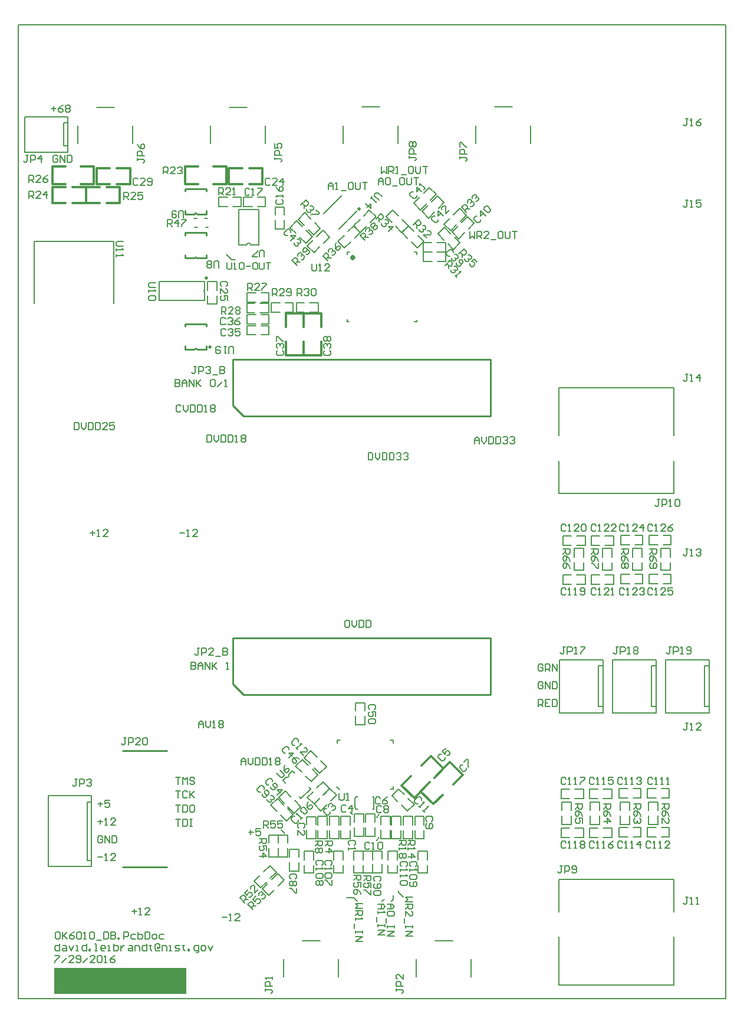
<source format=gto>
%FSTAX23Y23*%
%MOIN*%
%SFA1B1*%

%IPPOS*%
%ADD10C,0.010000*%
%ADD51C,0.008000*%
%ADD54C,0.020000*%
%ADD55C,0.012000*%
%ADD113C,0.012000*%
%ADD114R,0.750000X0.151000*%
G54D10*
X01009Y04433D02*
D01*
D01*
G75*
G03X00997I-00006J0D01*
G74*G01*
X01009Y04184D02*
D01*
D01*
G75*
G03X00997I-00006J0D01*
G74*G01*
X01009Y03669D02*
D01*
D01*
G75*
G03X00997I-00006J0D01*
G74*G01*
X0059Y01402D02*
X00838D01*
X0059Y00746D02*
X00838D01*
X00943Y04561D02*
Y04576D01*
X01063Y04561D02*
Y04576D01*
X00943D02*
X01063D01*
Y04433D02*
Y0445D01*
X00943Y04433D02*
Y0445D01*
Y04433D02*
X00997D01*
X01009D02*
X01063D01*
X02668Y03293D02*
Y03352D01*
X01212Y03612D02*
X02668D01*
Y03352D02*
Y03612D01*
X01272Y03293D02*
X02668D01*
X01212Y03352D02*
X01272Y03293D01*
X01212Y03352D02*
Y03612D01*
X02668Y01717D02*
Y01778D01*
X01212Y02037D02*
X02668D01*
Y01778D02*
Y02037D01*
X01272Y01717D02*
X02668D01*
X01212Y01778D02*
X01272Y01717D01*
X01212Y01778D02*
Y02037D01*
X00943Y04312D02*
Y04327D01*
X01063Y04312D02*
Y04327D01*
X00943D02*
X01063D01*
Y04184D02*
Y04202D01*
X00943Y04184D02*
Y04202D01*
Y04184D02*
X00997D01*
X01009D02*
X01063D01*
X00943Y03797D02*
Y03812D01*
X01063Y03797D02*
Y03812D01*
X00943D02*
X01063D01*
Y03669D02*
Y03687D01*
X00943Y03669D02*
Y03687D01*
Y03669D02*
X00997D01*
X01009D02*
X01063D01*
G54D51*
X01869Y04404D02*
D01*
D01*
G75*
G03X0186Y04395I-00004J-00004D01*
G74*G01*
X01515Y01254D02*
D01*
D01*
G75*
G03X01528Y01267I00006J00006D01*
G74*G01*
X01314Y04257D02*
D01*
D01*
G75*
G03X01289I-00012J0D01*
G74*G01*
X01053Y04006D02*
D01*
D01*
G75*
G03Y03993I00001J-00006D01*
G74*G01*
X02355Y00329D02*
X02455D01*
X0256Y00124D02*
Y00224D01*
X0225Y00124D02*
Y00224D01*
X01605Y00329D02*
X01705D01*
X0181Y00124D02*
Y00224D01*
X015Y00124D02*
Y00224D01*
X0009Y03927D02*
Y04277D01*
X0054Y03927D02*
Y04277D01*
X0009D02*
X0054D01*
X00389Y00783D02*
Y01048D01*
Y01113*
X00414*
X00169Y01148D02*
X00414D01*
Y00748D02*
Y01148D01*
X00169Y00748D02*
Y01148D01*
X00389Y00783D02*
X00414D01*
X00169Y00748D02*
X00414D01*
X00993Y04407D02*
X01008D01*
X01054D02*
X01069D01*
X00997Y04357D02*
X01012D01*
X01058D02*
X01073D01*
X0181Y04517D02*
X0183Y04537D01*
X01726Y04434D02*
X01747Y04454D01*
X01896Y04431D02*
X01916Y04451D01*
X01812Y04347D02*
X01832Y04367D01*
X0186Y04395*
X01869Y04404D02*
X01896Y04431D01*
X01747Y04454D02*
X0181Y04517D01*
X01528Y01267D02*
X01549Y01288D01*
X01563Y01274*
X01495Y01234D02*
X01515Y01254D01*
X01495Y01234D02*
X01509Y01219D01*
X01588Y0114D02*
X01596Y01132D01*
X01651Y01186*
X01642Y01194D02*
X01651Y01186D01*
X02118Y01185D02*
Y01202D01*
X02102Y01185D02*
X02118D01*
X02102Y01461D02*
X02118D01*
Y01444D02*
Y01461D01*
X01804D02*
X0182D01*
X018Y01197D02*
X01815Y01182D01*
X01804Y01444D02*
Y01461D01*
X0224Y04218D02*
X02252D01*
Y04204D02*
Y04218D01*
Y03824D02*
Y03836D01*
X02238Y03824D02*
X02252D01*
X01858D02*
X0187D01*
X01858D02*
Y03838D01*
Y04206D02*
Y04218D01*
X01872*
X01903Y01081D02*
X0191Y01073D01*
X01903Y01081D02*
Y01132D01*
X0191Y01073D02*
X01918D01*
X0191Y0114D02*
X01918D01*
X01903Y01132D02*
X0191Y0114D01*
X02001Y01073D02*
X02009D01*
Y0114*
Y01136D02*
Y0114D01*
X02001D02*
X02009D01*
X01314Y04257D02*
X01359D01*
X01245D02*
X01289D01*
X01245D02*
Y04457D01*
X01359*
Y04257D02*
Y04457D01*
X01053Y04006D02*
Y04053D01*
Y03946D02*
Y03993D01*
X00797Y03946D02*
X01053D01*
X00797D02*
Y04053D01*
X01053*
X00442Y05035D02*
X00542D01*
X00647Y0483D02*
Y0493D01*
X00337Y0483D02*
Y0493D01*
X00035Y04782D02*
Y04982D01*
X0028Y04782D02*
Y04982D01*
X00035D02*
X0028D01*
X00035Y04782D02*
X0028D01*
X00255Y04947D02*
X0028D01*
X00255Y04882D02*
Y04947D01*
Y04817D02*
X0028D01*
X00255D02*
Y04882D01*
X03055Y02854D02*
X03705D01*
X03055D02*
Y03038D01*
Y0318D02*
Y03452D01*
X03705*
Y0318D02*
Y03452D01*
Y02854D02*
Y03038D01*
X03634Y0242D02*
Y02465D01*
X03687Y0242D02*
Y02465D01*
Y02495D02*
Y02545D01*
X03634Y02495D02*
Y02545D01*
Y0242D02*
X03687D01*
X03634Y02545D02*
X03687D01*
X0366Y01616D02*
X03905D01*
X0388Y01651D02*
X03905D01*
X0366Y01616D02*
Y01916D01*
X03905Y01616D02*
Y01916D01*
X0366D02*
X03905D01*
X0388Y01881D02*
X03905D01*
X0388Y01816D02*
Y01881D01*
Y01651D02*
Y01816D01*
X03055Y00492D02*
Y00676D01*
Y00078D02*
Y0035D01*
Y00078D02*
X03705D01*
Y0035*
Y00492D02*
Y00676D01*
X03055D02*
X03705D01*
X0336Y01616D02*
X03605D01*
X0358Y01651D02*
X03605D01*
X0336Y01616D02*
Y01916D01*
X03605Y01616D02*
Y01916D01*
X0336D02*
X03605D01*
X0358Y01881D02*
X03605D01*
X0358Y01816D02*
Y01881D01*
Y01651D02*
Y01816D01*
X0306Y01616D02*
X03305D01*
X0328Y01651D02*
X03305D01*
X0306Y01616D02*
Y01916D01*
X03305Y01616D02*
Y01916D01*
X0306D02*
X03305D01*
X0328Y01881D02*
X03305D01*
X0328Y01816D02*
Y01881D01*
Y01651D02*
Y01816D01*
X0308Y02396D02*
X03125D01*
X0308Y02343D02*
X03125D01*
X03155D02*
X03205D01*
X03155Y02396D02*
X03205D01*
X0308Y02343D02*
Y02396D01*
X03205Y02343D02*
Y02396D01*
X0324D02*
X03285D01*
X0324Y02343D02*
X03285D01*
X03315D02*
X03365D01*
X03315Y02396D02*
X03365D01*
X0324Y02343D02*
Y02396D01*
X03365Y02343D02*
Y02396D01*
X03485Y02344D02*
X0353D01*
X03485Y02397D02*
X0353D01*
X03405D02*
X03455D01*
X03405Y02344D02*
X03455D01*
X0353D02*
Y02397D01*
X03405Y02344D02*
Y02397D01*
X03645Y02344D02*
X0369D01*
X03645Y02397D02*
X0369D01*
X03565D02*
X03615D01*
X03565Y02344D02*
X03615D01*
X0369D02*
Y02397D01*
X03565Y02344D02*
Y02397D01*
X03144Y0242D02*
Y02465D01*
X03197Y0242D02*
Y02465D01*
Y02495D02*
Y02545D01*
X03144Y02495D02*
Y02545D01*
Y0242D02*
X03197D01*
X03144Y02545D02*
X03197D01*
X03304Y0242D02*
Y02465D01*
X03357Y0242D02*
Y02465D01*
Y02495D02*
Y02545D01*
X03304Y02495D02*
Y02545D01*
Y0242D02*
X03357D01*
X03304Y02545D02*
X03357D01*
X03474Y0242D02*
Y02465D01*
X03527Y0242D02*
Y02465D01*
Y02495D02*
Y02545D01*
X03474Y02495D02*
Y02545D01*
Y0242D02*
X03527D01*
X03474Y02545D02*
X03527D01*
X0308Y02616D02*
X03125D01*
X0308Y02563D02*
X03125D01*
X03155D02*
X03205D01*
X03155Y02616D02*
X03205D01*
X0308Y02563D02*
Y02616D01*
X03205Y02563D02*
Y02616D01*
X0324D02*
X03285D01*
X0324Y02563D02*
X03285D01*
X03315D02*
X03365D01*
X03315Y02616D02*
X03365D01*
X0324Y02563D02*
Y02616D01*
X03365Y02563D02*
Y02616D01*
X03485Y02564D02*
X0353D01*
X03485Y02617D02*
X0353D01*
X03405D02*
X03455D01*
X03405Y02564D02*
X03455D01*
X0353D02*
Y02617D01*
X03405Y02564D02*
Y02617D01*
X03645Y02564D02*
X0369D01*
X03645Y02617D02*
X0369D01*
X03565D02*
X03615D01*
X03565Y02564D02*
X03615D01*
X0369D02*
Y02617D01*
X03565Y02564D02*
Y02617D01*
X03635Y01134D02*
X0368D01*
X03635Y01187D02*
X0368D01*
X03555D02*
X03605D01*
X03555Y01134D02*
X03605D01*
X0368D02*
Y01187D01*
X03555Y01134D02*
Y01187D01*
X03475Y01134D02*
X0352D01*
X03475Y01187D02*
X0352D01*
X03395D02*
X03445D01*
X03395Y01134D02*
X03445D01*
X0352D02*
Y01187D01*
X03395Y01134D02*
Y01187D01*
X0323Y01186D02*
X03275D01*
X0323Y01133D02*
X03275D01*
X03305D02*
X03355D01*
X03305Y01186D02*
X03355D01*
X0323Y01133D02*
Y01186D01*
X03355Y01133D02*
Y01186D01*
X0307D02*
X03115D01*
X0307Y01133D02*
X03115D01*
X03145D02*
X03195D01*
X03145Y01186D02*
X03195D01*
X0307Y01133D02*
Y01186D01*
X03195Y01133D02*
Y01186D01*
X03616Y01065D02*
Y0111D01*
X03563Y01065D02*
Y0111D01*
Y00985D02*
Y01035D01*
X03616Y00985D02*
Y01035D01*
X03563Y0111D02*
X03616D01*
X03563Y00985D02*
X03616D01*
X03456Y01065D02*
Y0111D01*
X03403Y01065D02*
Y0111D01*
Y00985D02*
Y01035D01*
X03456Y00985D02*
Y01035D01*
X03403Y0111D02*
X03456D01*
X03403Y00985D02*
X03456D01*
X03286Y01065D02*
Y0111D01*
X03233Y01065D02*
Y0111D01*
Y00985D02*
Y01035D01*
X03286Y00985D02*
Y01035D01*
X03233Y0111D02*
X03286D01*
X03233Y00985D02*
X03286D01*
X03126Y01065D02*
Y0111D01*
X03073Y01065D02*
Y0111D01*
Y00985D02*
Y01035D01*
X03126Y00985D02*
Y01035D01*
X03073Y0111D02*
X03126D01*
X03073Y00985D02*
X03126D01*
X03635Y00914D02*
X0368D01*
X03635Y00967D02*
X0368D01*
X03555D02*
X03605D01*
X03555Y00914D02*
X03605D01*
X0368D02*
Y00967D01*
X03555Y00914D02*
Y00967D01*
X03475Y00914D02*
X0352D01*
X03475Y00967D02*
X0352D01*
X03395D02*
X03445D01*
X03395Y00914D02*
X03445D01*
X0352D02*
Y00967D01*
X03395Y00914D02*
Y00967D01*
X0323Y00966D02*
X03275D01*
X0323Y00913D02*
X03275D01*
X03305D02*
X03355D01*
X03305Y00966D02*
X03355D01*
X0323Y00913D02*
Y00966D01*
X03355Y00913D02*
Y00966D01*
X0307D02*
X03115D01*
X0307Y00913D02*
X03115D01*
X03145D02*
X03195D01*
X03145Y00966D02*
X03195D01*
X0307Y00913D02*
Y00966D01*
X03195Y00913D02*
Y00966D01*
X01782Y0071D02*
Y00755D01*
X01835Y0071D02*
Y00755D01*
Y00785D02*
Y00835D01*
X01782Y00785D02*
Y00835D01*
Y0071D02*
X01835D01*
X01782Y00835D02*
X01835D01*
X01615Y0071D02*
Y00755D01*
X01668Y0071D02*
Y00755D01*
Y00785D02*
Y00835D01*
X01615Y00785D02*
Y00835D01*
Y0071D02*
X01668D01*
X01615Y00835D02*
X01668D01*
X02259Y0071D02*
Y00755D01*
X02312Y0071D02*
Y00755D01*
Y00785D02*
Y00835D01*
X02259Y00785D02*
Y00835D01*
Y0071D02*
X02312D01*
X02259Y00835D02*
X02312D01*
X02089Y0071D02*
Y00755D01*
X02142Y0071D02*
Y00755D01*
Y00785D02*
Y00835D01*
X02089Y00785D02*
Y00835D01*
Y0071D02*
X02142D01*
X02089Y00835D02*
X02142D01*
X01634Y01137D02*
X01666Y01169D01*
X01671Y011D02*
X01703Y01131D01*
X01724Y01153D02*
X0176Y01188D01*
X01687Y0119D02*
X01722Y01225D01*
X01634Y01137D02*
X01671Y011D01*
X01722Y01225D02*
X0176Y01188D01*
X01522Y00881D02*
Y00926D01*
X01469Y00881D02*
Y00926D01*
Y00801D02*
Y00851D01*
X01522Y00801D02*
Y00851D01*
X01469Y00926D02*
X01522D01*
X01469Y00801D02*
X01522D01*
X01469Y00881D02*
Y00926D01*
X01416Y00881D02*
Y00926D01*
Y00801D02*
Y00851D01*
X01469Y00801D02*
Y00851D01*
X01416Y00926D02*
X01469D01*
X01416Y00801D02*
X01469D01*
X01896Y0071D02*
Y00755D01*
X01949Y0071D02*
Y00755D01*
Y00785D02*
Y00835D01*
X01896Y00785D02*
Y00835D01*
Y0071D02*
X01949D01*
X01896Y00835D02*
X01949D01*
Y0071D02*
Y00755D01*
X02002Y0071D02*
Y00755D01*
Y00785D02*
Y00835D01*
X01949Y00785D02*
Y00835D01*
Y0071D02*
X02002D01*
X01949Y00835D02*
X02002D01*
X01333Y00665D02*
X01365Y00697D01*
X0137Y00628D02*
X01402Y00659D01*
X01423Y00681D02*
X01459Y00716D01*
X01386Y00718D02*
X01421Y00753D01*
X01333Y00665D02*
X0137Y00628D01*
X01421Y00753D02*
X01459Y00716D01*
X01378Y00621D02*
X0141Y00653D01*
X01415Y00584D02*
X01447Y00615D01*
X01468Y00637D02*
X01504Y00672D01*
X01431Y00674D02*
X01466Y00709D01*
X01378Y00621D02*
X01415Y00584D01*
X01466Y00709D02*
X01504Y00672D01*
X01175Y04205D02*
X01205Y04175D01*
X01225*
X02371Y04321D02*
X02409Y04358D01*
X0246Y04232D02*
X02497Y0427D01*
X02371Y04321D02*
X02407Y04285D01*
X02409Y04358D02*
X02444Y04323D01*
X02465Y04302D02*
X02497Y0427D01*
X02428Y04264D02*
X0246Y04232D01*
X01942Y05037D02*
X02042D01*
X02147Y04832D02*
Y04932D01*
X01837Y04832D02*
Y04932D01*
X02692Y05037D02*
X02792D01*
X02897Y04832D02*
Y04932D01*
X02587Y04832D02*
Y04932D01*
X01192Y05035D02*
X01292D01*
X01397Y0483D02*
Y0493D01*
X01087Y0483D02*
Y0493D01*
X0176Y00905D02*
Y0095D01*
X01813Y00905D02*
Y0095D01*
Y0098D02*
Y0103D01*
X0176Y0098D02*
Y0103D01*
Y00905D02*
X01813D01*
X0176Y0103D02*
X01813D01*
X01683Y00984D02*
Y01029D01*
X0163Y00984D02*
Y01029D01*
Y00904D02*
Y00954D01*
X01683Y00904D02*
Y00954D01*
X0163Y01029D02*
X01683D01*
X0163Y00904D02*
X01683D01*
X01694Y00905D02*
Y0095D01*
X01747Y00905D02*
Y0095D01*
Y0098D02*
Y0103D01*
X01694Y0098D02*
Y0103D01*
Y00905D02*
X01747D01*
X01694Y0103D02*
X01747D01*
X01766Y01119D02*
X01798Y01151D01*
X01728Y01156D02*
X0176Y01188D01*
X01672Y011D02*
X01707Y01135D01*
X01709Y01062D02*
X01745Y01098D01*
X0176Y01188D02*
X01798Y01151D01*
X01672Y011D02*
X01709Y01062D01*
X01953Y00999D02*
Y01044D01*
X019Y00999D02*
Y01044D01*
Y00919D02*
Y00969D01*
X01953Y00919D02*
Y00969D01*
X019Y01044D02*
X01953D01*
X019Y00919D02*
X01953D01*
X02016Y00999D02*
Y01044D01*
X01963Y00999D02*
Y01044D01*
Y00919D02*
Y00969D01*
X02016Y00919D02*
Y00969D01*
X01963Y01044D02*
X02016D01*
X01963Y00919D02*
X02016D01*
X02177Y00905D02*
Y0095D01*
X0223Y00905D02*
Y0095D01*
Y0098D02*
Y0103D01*
X02177Y0098D02*
Y0103D01*
Y00905D02*
X0223D01*
X02177Y0103D02*
X0223D01*
X02241Y00905D02*
Y0095D01*
X02294Y00905D02*
Y0095D01*
Y0098D02*
Y0103D01*
X02241Y0098D02*
Y0103D01*
Y00905D02*
X02294D01*
X02241Y0103D02*
X02294D01*
X02101Y00985D02*
Y0103D01*
X02048Y00985D02*
Y0103D01*
Y00905D02*
Y00955D01*
X02101Y00905D02*
Y00955D01*
X02048Y0103D02*
X02101D01*
X02048Y00905D02*
X02101D01*
X0211D02*
Y0095D01*
X02163Y00905D02*
Y0095D01*
Y0098D02*
Y0103D01*
X0211Y0098D02*
Y0103D01*
Y00905D02*
X02163D01*
X0211Y0103D02*
X02163D01*
X02149Y01186D02*
X02181Y01154D01*
X02112Y01148D02*
X02144Y01116D01*
X02165Y01095D02*
X022Y0106D01*
X02202Y01133D02*
X02238Y01097D01*
X02112Y01148D02*
X02149Y01186D01*
X022Y0106D02*
X02238Y01097D01*
X01823Y00905D02*
Y0095D01*
X01876Y00905D02*
Y0095D01*
Y0098D02*
Y0103D01*
X01823Y0098D02*
Y0103D01*
Y00905D02*
X01876D01*
X01823Y0103D02*
X01876D01*
X02415Y04217D02*
Y0427D01*
X0229Y04217D02*
Y0427D01*
X02365D02*
X02415D01*
X02365Y04217D02*
X02415D01*
X0229D02*
X02335D01*
X0229Y0427D02*
X02335D01*
X01133Y04474D02*
Y04527D01*
X01258Y04474D02*
Y04527D01*
X01133Y04474D02*
X01183D01*
X01133Y04527D02*
X01183D01*
X01213D02*
X01258D01*
X01213Y04474D02*
X01258D01*
X0229Y04164D02*
Y04217D01*
X02415Y04164D02*
Y04217D01*
X0229Y04164D02*
X0234D01*
X0229Y04217D02*
X0234D01*
X0237D02*
X02415D01*
X0237Y04164D02*
X02415D01*
X02256Y0424D02*
X02294Y04277D01*
X02168Y04328D02*
X02205Y04366D01*
X02258Y04313D02*
X02294Y04277D01*
X02221Y04275D02*
X02256Y0424D01*
X02168Y04328D02*
X022Y04296D01*
X02205Y04366D02*
X02237Y04334D01*
X02496Y04464D02*
X02533Y04426D01*
X02407Y04375D02*
X02445Y04338D01*
X0246Y04428D02*
X02496Y04464D01*
X02498Y04391D02*
X02533Y04426D01*
X02445Y04338D02*
X02477Y0437D01*
X02407Y04375D02*
X02439Y04407D01*
X02167Y04329D02*
X02205Y04366D01*
X02079Y04417D02*
X02116Y04455D01*
X02169Y04402D02*
X02205Y04366D01*
X02132Y04364D02*
X02167Y04329D01*
X02079Y04417D02*
X02111Y04385D01*
X02116Y04455D02*
X02148Y04423D01*
X01807Y04278D02*
X01844Y0424D01*
X01895Y04366D02*
X01933Y04329D01*
X01844Y0424D02*
X0188Y04276D01*
X01807Y04278D02*
X01842Y04313D01*
X01863Y04334D02*
X01895Y04366D01*
X01901Y04297D02*
X01933Y04329D01*
X01581Y04403D02*
X01619Y0444D01*
X0167Y04314D02*
X01707Y04352D01*
X01581Y04403D02*
X01617Y04367D01*
X01619Y0444D02*
X01654Y04405D01*
X01675Y04384D02*
X01707Y04352D01*
X01638Y04346D02*
X0167Y04314D01*
X01896Y04367D02*
X01933Y04329D01*
X01984Y04455D02*
X02022Y04418D01*
X01933Y04329D02*
X01969Y04365D01*
X01896Y04367D02*
X01931Y04402D01*
X01952Y04423D02*
X01984Y04455D01*
X0199Y04386D02*
X02022Y04418D01*
X01723Y04341D02*
X0176Y04303D01*
X01634Y04252D02*
X01672Y04215D01*
X01687Y04305D02*
X01723Y04341D01*
X01725Y04268D02*
X0176Y04303D01*
X01672Y04215D02*
X01704Y04247D01*
X01634Y04252D02*
X01666Y04284D01*
X01696Y03878D02*
Y03931D01*
X01571Y03878D02*
Y03931D01*
X01646D02*
X01696D01*
X01646Y03878D02*
X01696D01*
X01571D02*
X01616D01*
X01571Y03931D02*
X01616D01*
X01428Y03877D02*
Y0393D01*
X01553Y03877D02*
Y0393D01*
X01428Y03877D02*
X01478D01*
X01428Y0393D02*
X01478D01*
X01508D02*
X01553D01*
X01508Y03877D02*
X01553D01*
X01417Y03874D02*
Y03927D01*
X01292Y03874D02*
Y03927D01*
X01367D02*
X01417D01*
X01367Y03874D02*
X01417D01*
X01292D02*
X01337D01*
X01292Y03927D02*
X01337D01*
X01292Y03936D02*
Y03989D01*
X01417Y03936D02*
Y03989D01*
X01292Y03936D02*
X01342D01*
X01292Y03989D02*
X01342D01*
X01372D02*
X01417D01*
X01372Y03936D02*
X01417D01*
X01625Y04268D02*
X01663Y04305D01*
X01537Y04356D02*
X01574Y04394D01*
X01627Y04341D02*
X01663Y04305D01*
X0159Y04303D02*
X01625Y04268D01*
X01537Y04356D02*
X01569Y04324D01*
X01574Y04394D02*
X01606Y04362D01*
X02451Y0433D02*
X02488Y04292D01*
X02539Y04418D02*
X02577Y04381D01*
X02488Y04292D02*
X02524Y04328D01*
X02451Y0433D02*
X02486Y04365D01*
X02507Y04386D02*
X02539Y04418D01*
X02545Y04349D02*
X02577Y04381D01*
X01292Y03812D02*
Y03865D01*
X01417Y03812D02*
Y03865D01*
X01292Y03812D02*
X01342D01*
X01292Y03865D02*
X01342D01*
X01372D02*
X01417D01*
X01372Y03812D02*
X01417D01*
X01292Y0375D02*
Y03803D01*
X01417Y0375D02*
Y03803D01*
X01292Y0375D02*
X01342D01*
X01292Y03803D02*
X01342D01*
X01372D02*
X01417D01*
X01372Y0375D02*
X01417D01*
X01451Y04348D02*
X01504D01*
X01451Y04473D02*
X01504D01*
Y04348D02*
Y04398D01*
X01451Y04348D02*
Y04398D01*
Y04428D02*
Y04473D01*
X01504Y04428D02*
Y04473D01*
X01271Y04474D02*
Y04527D01*
X01396Y04474D02*
Y04527D01*
X01271Y04474D02*
X01321D01*
X01271Y04527D02*
X01321D01*
X01351D02*
X01396D01*
X01351Y04474D02*
X01396D01*
X01615Y01363D02*
X01653Y014D01*
X01704Y01274D02*
X01741Y01312D01*
X01615Y01363D02*
X01651Y01327D01*
X01653Y014D02*
X01688Y01365D01*
X01709Y01344D02*
X01741Y01312D01*
X01672Y01306D02*
X01704Y01274D01*
X01567Y01316D02*
X01605Y01353D01*
X01656Y01227D02*
X01693Y01265D01*
X01567Y01316D02*
X01603Y0128D01*
X01605Y01353D02*
X0164Y01318D01*
X01661Y01297D02*
X01693Y01265D01*
X01624Y01259D02*
X01656Y01227D01*
X01906Y01547D02*
X01959D01*
X01906Y01672D02*
X01959D01*
Y01547D02*
Y01597D01*
X01906Y01547D02*
Y01597D01*
Y01627D02*
Y01672D01*
X01959Y01627D02*
Y01672D01*
X01559Y01049D02*
X01597Y01086D01*
X01471Y01137D02*
X01508Y01175D01*
X01561Y01122D02*
X01597Y01086D01*
X01524Y01084D02*
X01559Y01049D01*
X01471Y01137D02*
X01503Y01105D01*
X01508Y01175D02*
X0154Y01143D01*
X01427Y01094D02*
X01465Y01131D01*
X01516Y01005D02*
X01553Y01043D01*
X01427Y01094D02*
X01463Y01058D01*
X01465Y01131D02*
X015Y01096D01*
X01521Y01075D02*
X01553Y01043D01*
X01484Y01037D02*
X01516Y01005D01*
X02002Y0071D02*
X02055D01*
X02002Y00835D02*
X02055D01*
Y0071D02*
Y0076D01*
X02002Y0071D02*
Y0076D01*
Y0079D02*
Y00835D01*
X02055Y0079D02*
Y00835D01*
X01534Y00721D02*
X01587D01*
X01534Y00846D02*
X01587D01*
Y00721D02*
Y00771D01*
X01534Y00721D02*
Y00771D01*
Y00801D02*
Y00846D01*
X01587Y00801D02*
Y00846D01*
X0107Y0405D02*
X01123D01*
X0107Y03925D02*
X01123D01*
X0107Y04D02*
Y0405D01*
X01123Y04D02*
Y0405D01*
Y03925D02*
Y0397D01*
X0107Y03925D02*
Y0397D01*
X02235Y04494D02*
X02272Y04456D01*
X02323Y04582D02*
X02361Y04545D01*
X02272Y04456D02*
X02308Y04492D01*
X02235Y04494D02*
X0227Y04529D01*
X02291Y0455D02*
X02323Y04582D01*
X02329Y04513D02*
X02361Y04545D01*
X02281Y04447D02*
X02318Y04409D01*
X02369Y04535D02*
X02407Y04498D01*
X02318Y04409D02*
X02354Y04445D01*
X02281Y04447D02*
X02316Y04482D01*
X02337Y04503D02*
X02369Y04535D01*
X02375Y04466D02*
X02407Y04498D01*
X02025Y00895D02*
X0204Y0091D01*
X02025Y01025D02*
X0204Y0104D01*
X01875Y01055D02*
X0189Y0104D01*
X0212Y0056D02*
Y00585D01*
X0211Y0055D02*
X0212Y0056D01*
X02065D02*
X0207D01*
X02055Y0055D02*
X02065Y0056D01*
X0215Y006D02*
X02175Y00575D01*
X0215Y006D02*
Y0061D01*
X01485Y00955D02*
X01505Y00935D01*
X01895Y0057D02*
X01915Y0055D01*
X01855Y0057D02*
X01895D01*
X03691Y01988D02*
X03678D01*
X03684*
Y01955*
X03678Y01948*
X03671*
X03664Y01955*
X03704Y01948D02*
Y01988D01*
X03724*
X03731Y01981*
Y01968*
X03724Y01961*
X03704*
X03744Y01948D02*
X03758D01*
X03751*
Y01988*
X03744Y01981*
X03778Y01955D02*
X03784Y01948D01*
X03798*
X03804Y01955*
Y01981*
X03798Y01988*
X03784*
X03778Y01981*
Y01975*
X03784Y01968*
X03804*
X03391Y01988D02*
X03378D01*
X03384*
Y01955*
X03378Y01948*
X03371*
X03364Y01955*
X03404Y01948D02*
Y01988D01*
X03424*
X03431Y01981*
Y01968*
X03424Y01961*
X03404*
X03444Y01948D02*
X03458D01*
X03451*
Y01988*
X03444Y01981*
X03478D02*
X03484Y01988D01*
X03498*
X03504Y01981*
Y01975*
X03498Y01968*
X03504Y01961*
Y01955*
X03498Y01948*
X03484*
X03478Y01955*
Y01961*
X03484Y01968*
X03478Y01975*
Y01981*
X03484Y01968D02*
X03498D01*
X03091Y01988D02*
X03078D01*
X03084*
Y01955*
X03078Y01948*
X03071*
X03064Y01955*
X03104Y01948D02*
Y01988D01*
X03124*
X03131Y01981*
Y01968*
X03124Y01961*
X03104*
X03144Y01948D02*
X03158D01*
X03151*
Y01988*
X03144Y01981*
X03178Y01988D02*
X03204D01*
Y01981*
X03178Y01955*
Y01948*
X0357Y0254D02*
X0361D01*
Y0252*
X03603Y02513*
X0359*
X03583Y0252*
Y0254*
Y02527D02*
X0357Y02513D01*
X0361Y02473D02*
X03603Y02487D01*
X0359Y025*
X03577*
X0357Y02493*
Y0248*
X03577Y02473*
X03583*
X0359Y0248*
Y025*
X03577Y0246D02*
X0357Y02453D01*
Y0244*
X03577Y02433*
X03603*
X0361Y0244*
Y02453*
X03603Y0246*
X03597*
X0359Y02453*
Y02433*
X0341Y0254D02*
X0345D01*
Y0252*
X03443Y02513*
X0343*
X03423Y0252*
Y0254*
Y02527D02*
X0341Y02513D01*
X0345Y02473D02*
X03443Y02487D01*
X0343Y025*
X03417*
X0341Y02493*
Y0248*
X03417Y02473*
X03423*
X0343Y0248*
Y025*
X03443Y0246D02*
X0345Y02453D01*
Y0244*
X03443Y02433*
X03437*
X0343Y0244*
X03423Y02433*
X03417*
X0341Y0244*
Y02453*
X03417Y0246*
X03423*
X0343Y02453*
X03437Y0246*
X03443*
X0343Y02453D02*
Y0244D01*
X0324Y0254D02*
X0328D01*
Y0252*
X03273Y02513*
X0326*
X03253Y0252*
Y0254*
Y02527D02*
X0324Y02513D01*
X0328Y02473D02*
X03273Y02487D01*
X0326Y025*
X03247*
X0324Y02493*
Y0248*
X03247Y02473*
X03253*
X0326Y0248*
Y025*
X0328Y0246D02*
Y02433D01*
X03273*
X03247Y0246*
X0324*
X0308Y0254D02*
X0312D01*
Y0252*
X03113Y02513*
X031*
X03093Y0252*
Y0254*
Y02527D02*
X0308Y02513D01*
X0312Y02473D02*
X03113Y02487D01*
X031Y025*
X03087*
X0308Y02493*
Y0248*
X03087Y02473*
X03093*
X031Y0248*
Y025*
X0312Y02433D02*
X03113Y02447D01*
X031Y0246*
X03087*
X0308Y02453*
Y0244*
X03087Y02433*
X03093*
X031Y0244*
Y0246*
X0315Y011D02*
X0319D01*
Y0108*
X03183Y01073*
X0317*
X03163Y0108*
Y011*
Y01087D02*
X0315Y01073D01*
X0319Y01033D02*
X03183Y01047D01*
X0317Y0106*
X03157*
X0315Y01053*
Y0104*
X03157Y01033*
X03163*
X0317Y0104*
Y0106*
X0319Y00993D02*
Y0102D01*
X0317*
X03177Y01007*
Y01*
X0317Y00993*
X03157*
X0315Y01*
Y01013*
X03157Y0102*
X0331Y011D02*
X0335D01*
Y0108*
X03343Y01073*
X0333*
X03323Y0108*
Y011*
Y01087D02*
X0331Y01073D01*
X0335Y01033D02*
X03343Y01047D01*
X0333Y0106*
X03317*
X0331Y01053*
Y0104*
X03317Y01033*
X03323*
X0333Y0104*
Y0106*
X0331Y01D02*
X0335D01*
X0333Y0102*
Y00993*
X0348Y011D02*
X0352D01*
Y0108*
X03513Y01073*
X035*
X03493Y0108*
Y011*
Y01087D02*
X0348Y01073D01*
X0352Y01033D02*
X03513Y01047D01*
X035Y0106*
X03487*
X0348Y01053*
Y0104*
X03487Y01033*
X03493*
X035Y0104*
Y0106*
X03513Y0102D02*
X0352Y01013D01*
Y01*
X03513Y00993*
X03507*
X035Y01*
Y01007*
Y01*
X03493Y00993*
X03487*
X0348Y01*
Y01013*
X03487Y0102*
X0364Y011D02*
X0368D01*
Y0108*
X03673Y01073*
X0366*
X03653Y0108*
Y011*
Y01087D02*
X0364Y01073D01*
X0368Y01033D02*
X03673Y01047D01*
X0366Y0106*
X03647*
X0364Y01053*
Y0104*
X03647Y01033*
X03653*
X0366Y0104*
Y0106*
X0364Y00993D02*
Y0102D01*
X03667Y00993*
X03673*
X0368Y01*
Y01013*
X03673Y0102*
X03627Y0282D02*
X03613D01*
X0362*
Y02787*
X03613Y0278*
X03607*
X036Y02787*
X0364Y0278D02*
Y0282D01*
X0366*
X03667Y02813*
Y028*
X0366Y02793*
X0364*
X0368Y0278D02*
X03693D01*
X03687*
Y0282*
X0368Y02813*
X03713D02*
X0372Y0282D01*
X03733*
X0374Y02813*
Y02787*
X03733Y0278*
X0372*
X03713Y02787*
Y02813*
X03077Y0075D02*
X03063D01*
X0307*
Y00717*
X03063Y0071*
X03057*
X0305Y00717*
X0309Y0071D02*
Y0075D01*
X0311*
X03117Y00743*
Y0073*
X0311Y00723*
X0309*
X0313Y00717D02*
X03137Y0071D01*
X0315*
X03157Y00717*
Y00743*
X0315Y0075*
X03137*
X0313Y00743*
Y00737*
X03137Y0073*
X03157*
X03587Y02673D02*
X0358Y0268D01*
X03567*
X0356Y02673*
Y02647*
X03567Y0264*
X0358*
X03587Y02647*
X036Y0264D02*
X03613D01*
X03607*
Y0268*
X036Y02673*
X0366Y0264D02*
X03633D01*
X0366Y02667*
Y02673*
X03653Y0268*
X0364*
X03633Y02673*
X037Y0268D02*
X03687Y02673D01*
X03673Y0266*
Y02647*
X0368Y0264*
X03693*
X037Y02647*
Y02653*
X03693Y0266*
X03673*
X03587Y02313D02*
X0358Y0232D01*
X03567*
X0356Y02313*
Y02287*
X03567Y0228*
X0358*
X03587Y02287*
X036Y0228D02*
X03613D01*
X03607*
Y0232*
X036Y02313*
X0366Y0228D02*
X03633D01*
X0366Y02307*
Y02313*
X03653Y0232*
X0364*
X03633Y02313*
X037Y0232D02*
X03673D01*
Y023*
X03687Y02307*
X03693*
X037Y023*
Y02287*
X03693Y0228*
X0368*
X03673Y02287*
X03427Y02673D02*
X0342Y0268D01*
X03407*
X034Y02673*
Y02647*
X03407Y0264*
X0342*
X03427Y02647*
X0344Y0264D02*
X03453D01*
X03447*
Y0268*
X0344Y02673*
X035Y0264D02*
X03473D01*
X035Y02667*
Y02673*
X03493Y0268*
X0348*
X03473Y02673*
X03533Y0264D02*
Y0268D01*
X03513Y0266*
X0354*
X03427Y02313D02*
X0342Y0232D01*
X03407*
X034Y02313*
Y02287*
X03407Y0228*
X0342*
X03427Y02287*
X0344Y0228D02*
X03453D01*
X03447*
Y0232*
X0344Y02313*
X035Y0228D02*
X03473D01*
X035Y02307*
Y02313*
X03493Y0232*
X0348*
X03473Y02313*
X03513D02*
X0352Y0232D01*
X03533*
X0354Y02313*
Y02307*
X03533Y023*
X03527*
X03533*
X0354Y02293*
Y02287*
X03533Y0228*
X0352*
X03513Y02287*
X03267Y02673D02*
X0326Y0268D01*
X03247*
X0324Y02673*
Y02647*
X03247Y0264*
X0326*
X03267Y02647*
X0328Y0264D02*
X03293D01*
X03287*
Y0268*
X0328Y02673*
X0334Y0264D02*
X03313D01*
X0334Y02667*
Y02673*
X03333Y0268*
X0332*
X03313Y02673*
X0338Y0264D02*
X03353D01*
X0338Y02667*
Y02673*
X03373Y0268*
X0336*
X03353Y02673*
X03267Y02313D02*
X0326Y0232D01*
X03247*
X0324Y02313*
Y02287*
X03247Y0228*
X0326*
X03267Y02287*
X0328Y0228D02*
X03293D01*
X03287*
Y0232*
X0328Y02313*
X0334Y0228D02*
X03313D01*
X0334Y02307*
Y02313*
X03333Y0232*
X0332*
X03313Y02313*
X03353Y0228D02*
X03367D01*
X0336*
Y0232*
X03353Y02313*
X03097Y02673D02*
X0309Y0268D01*
X03077*
X0307Y02673*
Y02647*
X03077Y0264*
X0309*
X03097Y02647*
X0311Y0264D02*
X03123D01*
X03117*
Y0268*
X0311Y02673*
X0317Y0264D02*
X03143D01*
X0317Y02667*
Y02673*
X03163Y0268*
X0315*
X03143Y02673*
X03183D02*
X0319Y0268D01*
X03203*
X0321Y02673*
Y02647*
X03203Y0264*
X0319*
X03183Y02647*
Y02673*
X03097Y02313D02*
X0309Y0232D01*
X03077*
X0307Y02313*
Y02287*
X03077Y0228*
X0309*
X03097Y02287*
X0311Y0228D02*
X03123D01*
X03117*
Y0232*
X0311Y02313*
X03143Y0228D02*
X03157D01*
X0315*
Y0232*
X03143Y02313*
X03177Y02287D02*
X03183Y0228D01*
X03197*
X03203Y02287*
Y02313*
X03197Y0232*
X03183*
X03177Y02313*
Y02307*
X03183Y023*
X03203*
X03097Y00883D02*
X0309Y0089D01*
X03077*
X0307Y00883*
Y00857*
X03077Y0085*
X0309*
X03097Y00857*
X0311Y0085D02*
X03123D01*
X03117*
Y0089*
X0311Y00883*
X03143Y0085D02*
X03157D01*
X0315*
Y0089*
X03143Y00883*
X03177D02*
X03183Y0089D01*
X03197*
X03203Y00883*
Y00877*
X03197Y0087*
X03203Y00863*
Y00857*
X03197Y0085*
X03183*
X03177Y00857*
Y00863*
X03183Y0087*
X03177Y00877*
Y00883*
X03183Y0087D02*
X03197D01*
X03097Y01243D02*
X0309Y0125D01*
X03077*
X0307Y01243*
Y01217*
X03077Y0121*
X0309*
X03097Y01217*
X0311Y0121D02*
X03123D01*
X03117*
Y0125*
X0311Y01243*
X03143Y0121D02*
X03157D01*
X0315*
Y0125*
X03143Y01243*
X03177Y0125D02*
X03203D01*
Y01243*
X03177Y01217*
Y0121*
X03257Y00883D02*
X0325Y0089D01*
X03237*
X0323Y00883*
Y00857*
X03237Y0085*
X0325*
X03257Y00857*
X0327Y0085D02*
X03283D01*
X03277*
Y0089*
X0327Y00883*
X03303Y0085D02*
X03317D01*
X0331*
Y0089*
X03303Y00883*
X03363Y0089D02*
X0335Y00883D01*
X03337Y0087*
Y00857*
X03343Y0085*
X03357*
X03363Y00857*
Y00863*
X03357Y0087*
X03337*
X03257Y01243D02*
X0325Y0125D01*
X03237*
X0323Y01243*
Y01217*
X03237Y0121*
X0325*
X03257Y01217*
X0327Y0121D02*
X03283D01*
X03277*
Y0125*
X0327Y01243*
X03303Y0121D02*
X03317D01*
X0331*
Y0125*
X03303Y01243*
X03363Y0125D02*
X03337D01*
Y0123*
X0335Y01237*
X03357*
X03363Y0123*
Y01217*
X03357Y0121*
X03343*
X03337Y01217*
X03417Y00883D02*
X0341Y0089D01*
X03397*
X0339Y00883*
Y00857*
X03397Y0085*
X0341*
X03417Y00857*
X0343Y0085D02*
X03443D01*
X03437*
Y0089*
X0343Y00883*
X03463Y0085D02*
X03477D01*
X0347*
Y0089*
X03463Y00883*
X03517Y0085D02*
Y0089D01*
X03497Y0087*
X03523*
X03417Y01243D02*
X0341Y0125D01*
X03397*
X0339Y01243*
Y01217*
X03397Y0121*
X0341*
X03417Y01217*
X0343Y0121D02*
X03443D01*
X03437*
Y0125*
X0343Y01243*
X03463Y0121D02*
X03477D01*
X0347*
Y0125*
X03463Y01243*
X03497D02*
X03503Y0125D01*
X03517*
X03523Y01243*
Y01237*
X03517Y0123*
X0351*
X03517*
X03523Y01223*
Y01217*
X03517Y0121*
X03503*
X03497Y01217*
X03577Y00883D02*
X0357Y0089D01*
X03557*
X0355Y00883*
Y00857*
X03557Y0085*
X0357*
X03577Y00857*
X0359Y0085D02*
X03603D01*
X03597*
Y0089*
X0359Y00883*
X03623Y0085D02*
X03637D01*
X0363*
Y0089*
X03623Y00883*
X03683Y0085D02*
X03657D01*
X03683Y00877*
Y00883*
X03677Y0089*
X03663*
X03657Y00883*
X03587Y01243D02*
X0358Y0125D01*
X03567*
X0356Y01243*
Y01217*
X03567Y0121*
X0358*
X03587Y01217*
X036Y0121D02*
X03613D01*
X03607*
Y0125*
X036Y01243*
X03633Y0121D02*
X03647D01*
X0364*
Y0125*
X03633Y01243*
X03667Y0121D02*
X0368D01*
X03673*
Y0125*
X03667Y01243*
X03787Y0497D02*
X03773D01*
X0378*
Y04937*
X03773Y0493*
X03767*
X0376Y04937*
X038Y0493D02*
X03813D01*
X03807*
Y0497*
X038Y04963*
X0386Y0497D02*
X03847Y04963D01*
X03833Y0495*
Y04937*
X0384Y0493*
X03853*
X0386Y04937*
Y04943*
X03853Y0495*
X03833*
X03785Y04511D02*
X03772D01*
X03778*
Y04478*
X03772Y04471*
X03765*
X03758Y04478*
X03798Y04471D02*
X03812D01*
X03805*
Y04511*
X03798Y04504*
X03858Y04511D02*
X03832D01*
Y04491*
X03845Y04498*
X03852*
X03858Y04491*
Y04478*
X03852Y04471*
X03838*
X03832Y04478*
X03785Y03527D02*
X03772D01*
X03778*
Y03494*
X03772Y03487*
X03765*
X03758Y03494*
X03798Y03487D02*
X03812D01*
X03805*
Y03527*
X03798Y0352*
X03852Y03487D02*
Y03527D01*
X03832Y03507*
X03858*
X03785Y02543D02*
X03772D01*
X03778*
Y0251*
X03772Y02503*
X03765*
X03758Y0251*
X03798Y02503D02*
X03812D01*
X03805*
Y02543*
X03798Y02536*
X03832D02*
X03838Y02543D01*
X03852*
X03858Y02536*
Y0253*
X03852Y02523*
X03845*
X03852*
X03858Y02516*
Y0251*
X03852Y02503*
X03838*
X03832Y0251*
X03785Y01559D02*
X03772D01*
X03778*
Y01526*
X03772Y01519*
X03765*
X03758Y01526*
X03798Y01519D02*
X03812D01*
X03805*
Y01559*
X03798Y01552*
X03858Y01519D02*
X03832D01*
X03858Y01546*
Y01552*
X03852Y01559*
X03838*
X03832Y01552*
X03785Y00574D02*
X03772D01*
X03778*
Y00541*
X03772Y00534*
X03765*
X03758Y00541*
X03798Y00534D02*
X03812D01*
X03805*
Y00574*
X03798Y00567*
X03832Y00534D02*
X03845D01*
X03838*
Y00574*
X03832Y00567*
X02193Y00748D02*
X02199Y00755D01*
Y00768*
X02193Y00775*
X02166*
X02159Y00768*
Y00755*
X02166Y00748*
X02159Y00735D02*
Y00722D01*
Y00728*
X02199*
X02193Y00735*
X02159Y00702D02*
Y00688D01*
Y00695*
X02199*
X02193Y00702*
Y00668D02*
X02199Y00662D01*
Y00648*
X02193Y00642*
X02166*
X02159Y00648*
Y00662*
X02166Y00668*
X02193*
X02246Y00747D02*
X02252Y00754D01*
Y00767*
X02246Y00774*
X02219*
X02212Y00767*
Y00754*
X02219Y00747*
X02212Y00734D02*
Y00721D01*
Y00727*
X02252*
X02246Y00734*
Y00701D02*
X02252Y00694D01*
Y00681*
X02246Y00674*
X02219*
X02212Y00681*
Y00694*
X02219Y00701*
X02246*
X02219Y00661D02*
X02212Y00654D01*
Y00641*
X02219Y00634*
X02246*
X02252Y00641*
Y00654*
X02246Y00661*
X02239*
X02232Y00654*
Y00634*
X01715Y00756D02*
X01721Y00763D01*
Y00776*
X01715Y00783*
X01688*
X01681Y00776*
Y00763*
X01688Y00756*
X01681Y00743D02*
Y00729D01*
Y00736*
X01721*
X01715Y00743*
Y00709D02*
X01721Y00703D01*
Y00689*
X01715Y00683*
X01688*
X01681Y00689*
Y00703*
X01688Y00709*
X01715*
Y00669D02*
X01721Y00663D01*
Y00649*
X01715Y00643*
X01708*
X01701Y00649*
X01695Y00643*
X01688*
X01681Y00649*
Y00663*
X01688Y00669*
X01695*
X01701Y00663*
X01708Y00669*
X01715*
X01701Y00663D02*
Y00649D01*
X01765Y00756D02*
X01772Y00763D01*
Y00776*
X01765Y00783*
X01739*
X01732Y00776*
Y00763*
X01739Y00756*
X01732Y00743D02*
Y0073D01*
Y00736*
X01772*
X01765Y00743*
Y0071D02*
X01772Y00703D01*
Y0069*
X01765Y00683*
X01739*
X01732Y0069*
Y00703*
X01739Y0071*
X01765*
X01772Y0067D02*
Y00643D01*
X01765*
X01739Y0067*
X01732*
X01563Y0103D02*
X01553D01*
X01544Y01021*
Y01011*
X01563Y00992*
X01572*
X01582Y01002*
Y01011*
X01596Y01016D02*
X01605Y01025D01*
X016Y01021*
X01572Y01049*
Y0104*
X01596Y01063D02*
Y01073D01*
X01605Y01082*
X01615*
X01633Y01063*
Y01054*
X01624Y01044*
X01615*
X01596Y01063*
X01638Y01115D02*
X01633Y01101D01*
Y01082*
X01643Y01073*
X01652*
X01662Y01082*
Y01091*
X01657Y01096*
X01648*
X01633Y01082*
X01954Y00695D02*
X01994D01*
Y00675*
X01988Y00668*
X01974*
X01968Y00675*
Y00695*
Y00682D02*
X01954Y00668D01*
X01994Y00628D02*
Y00655D01*
X01974*
X01981Y00642*
Y00635*
X01974Y00628*
X01961*
X01954Y00635*
Y00648*
X01961Y00655*
X01994Y00615D02*
Y00588D01*
X01988*
X01961Y00615*
X01954*
X01897Y00699D02*
X01937D01*
Y00679*
X01931Y00672*
X01917*
X01911Y00679*
Y00699*
Y00686D02*
X01897Y00672D01*
X01937Y00632D02*
Y00659D01*
X01917*
X01924Y00646*
Y00639*
X01917Y00632*
X01904*
X01897Y00639*
Y00652*
X01904Y00659*
X01937Y00592D02*
X01931Y00606D01*
X01917Y00619*
X01904*
X01897Y00612*
Y00599*
X01904Y00592*
X01911*
X01917Y00599*
Y00619*
X01387Y00966D02*
Y01006D01*
X01407*
X01414Y01*
Y00986*
X01407Y0098*
X01387*
X014D02*
X01414Y00966D01*
X01454Y01006D02*
X01427D01*
Y00986*
X0144Y00993*
X01447*
X01454Y00986*
Y00973*
X01447Y00966*
X01434*
X01427Y00973*
X01494Y01006D02*
X01467D01*
Y00986*
X0148Y00993*
X01487*
X01494Y00986*
Y00973*
X01487Y00966*
X01474*
X01467Y00973*
X01361Y00905D02*
X01401D01*
Y00885*
X01395Y00878*
X01381*
X01375Y00885*
Y00905*
Y00892D02*
X01361Y00878D01*
X01401Y00838D02*
Y00865D01*
X01381*
X01388Y00852*
Y00845*
X01381Y00838*
X01368*
X01361Y00845*
Y00858*
X01368Y00865*
X01361Y00805D02*
X01401D01*
X01381Y00825*
Y00798*
X01325Y00505D02*
X01297Y00534D01*
X01311Y00548*
X0132*
X0133Y00538*
Y00529*
X01316Y00515*
X01325Y00524D02*
X01344D01*
Y00581D02*
X01325Y00562D01*
X01339Y00548*
X01344Y00562*
X01349Y00566*
X01358*
X01368Y00557*
Y00548*
X01358Y00538*
X01349*
X01358Y00585D02*
Y00595D01*
X01368Y00604*
X01377*
X01382Y00599*
Y0059*
X01377Y00585*
X01382Y0059*
X01391*
X01396Y00585*
Y00576*
X01386Y00566*
X01377*
X0128Y00542D02*
X01252Y00571D01*
X01266Y00585*
X01275*
X01285Y00575*
Y00566*
X01271Y00552*
X0128Y00561D02*
X01299D01*
Y00618D02*
X0128Y00599D01*
X01294Y00585*
X01299Y00599*
X01304Y00603*
X01313*
X01323Y00594*
Y00585*
X01313Y00575*
X01304*
X01355Y00618D02*
X01337Y00599D01*
Y00636*
X01332Y00641*
X01323*
X01313Y00632*
Y00622*
X00057Y04764D02*
X00043D01*
X0005*
Y04731*
X00043Y04724*
X00037*
X0003Y04731*
X0007Y04724D02*
Y04764D01*
X0009*
X00097Y04758*
Y04744*
X0009Y04738*
X0007*
X0013Y04724D02*
Y04764D01*
X0011Y04744*
X00137*
X0249Y04207D02*
X02518Y04235D01*
X02532Y04221*
Y04212*
X02523Y04202*
X02514*
X02499Y04216*
X02509Y04207D02*
Y04188D01*
X02542Y04202D02*
X02551D01*
X02561Y04193*
Y04183*
X02556Y04179*
X02547*
X02542Y04183*
X02547Y04179*
Y04169*
X02542Y04165*
X02532*
X02523Y04174*
Y04183*
X02594Y0416D02*
X02575Y04179D01*
X02561Y04165*
X02575Y0416*
X0258Y04155*
Y04146*
X0257Y04136*
X02561*
X02551Y04146*
Y04155*
X01575Y04143D02*
X01547Y04171D01*
X01561Y04185*
X0157*
X0158Y04176*
Y04167*
X01566Y04152*
X01575Y04162D02*
X01594D01*
X0158Y04195D02*
Y04204D01*
X01589Y04214*
X01599*
X01603Y04209*
Y042*
X01599Y04195*
X01603Y042*
X01613*
X01617Y04195*
Y04185*
X01608Y04176*
X01599*
X01627Y04204D02*
X01636D01*
X01646Y04214*
Y04223*
X01627Y04242*
X01617*
X01608Y04233*
Y04223*
X01613Y04218*
X01622*
X01636Y04233*
X01959Y04284D02*
X01931Y04312D01*
X01945Y04326*
X01954*
X01964Y04317*
Y04307*
X01949Y04293*
X01959Y04303D02*
X01978D01*
X01964Y04336D02*
Y04345D01*
X01973Y04355*
X01982*
X01987Y0435*
Y0434*
X01982Y04336*
X01987Y0434*
X01997*
X02001Y04336*
Y04326*
X01992Y04317*
X01982*
X01992Y04364D02*
Y04373D01*
X02001Y04383*
X02011*
X02015Y04378*
Y04369*
X02025*
X0203Y04364*
Y04355*
X0202Y04345*
X02011*
X02006Y0435*
Y04359*
X01997*
X01992Y04364*
X02006Y04359D02*
X02015Y04369D01*
X01597Y04484D02*
X01625Y04512D01*
X01639Y04498*
Y04489*
X0163Y04479*
X01621*
X01606Y04493*
X01616Y04484D02*
Y04465D01*
X01649Y04479D02*
X01658D01*
X01668Y0447*
Y0446*
X01663Y04456*
X01654*
X01649Y0446*
X01654Y04456*
Y04446*
X01649Y04442*
X01639*
X0163Y04451*
Y0446*
X01682Y04456D02*
X01701Y04437D01*
X01696Y04432*
X01658*
X01654Y04427*
X01749Y04167D02*
X01721Y04196D01*
X01735Y0421*
X01744*
X01754Y042*
Y04191*
X01739Y04177*
X01749Y04186D02*
X01768D01*
X01754Y04219D02*
Y04229D01*
X01763Y04238*
X01772*
X01777Y04233*
Y04224*
X01772Y04219*
X01777Y04224*
X01787*
X01791Y04219*
Y0421*
X01782Y042*
X01772*
X01796Y04271D02*
X01791Y04257D01*
Y04238*
X01801Y04229*
X0181*
X0182Y04238*
Y04247*
X01815Y04252*
X01805*
X01791Y04238*
X02021Y04406D02*
X0205Y04434D01*
X02064Y0442*
Y0441*
X02054Y04401*
X02045*
X02031Y04415*
X0204Y04406D02*
Y04387D01*
X02073Y04401D02*
X02083D01*
X02092Y04391*
Y04382*
X02087Y04377*
X02078*
X02073Y04382*
X02078Y04377*
Y04368*
X02073Y04363*
X02064*
X02054Y04373*
Y04382*
X02092Y04335D02*
X0212Y04363D01*
X02092*
X02111Y04344*
X02533Y04443D02*
X02505Y04471D01*
X02519Y04485*
X02528*
X02538Y04476*
Y04467*
X02524Y04452*
X02533Y04462D02*
X02552D01*
X02538Y04495D02*
Y04504D01*
X02547Y04514*
X02557*
X02561Y04509*
Y045*
X02557Y04495*
X02561Y045*
X02571*
X02575Y04495*
Y04485*
X02566Y04476*
X02557*
X02566Y04523D02*
Y04533D01*
X02575Y04542*
X02585*
X0259Y04537*
Y04528*
X02585Y04523*
X0259Y04528*
X02599*
X02604Y04523*
Y04514*
X02594Y04504*
X02585*
X02233Y04372D02*
X02262Y044D01*
X02276Y04386*
Y04377*
X02266Y04367*
X02257*
X02243Y04382*
X02252Y04372D02*
Y04353D01*
X02285Y04367D02*
X02295D01*
X02304Y04358*
Y04349*
X02299Y04344*
X0229*
X02285Y04349*
X0229Y04344*
Y04334*
X02285Y0433*
X02276*
X02266Y04339*
Y04349*
X02309Y04297D02*
X0229Y04316D01*
X02328*
X02332Y0432*
Y0433*
X02323Y04339*
X02314*
X02412Y04142D02*
X0244Y04171D01*
X02454Y04157*
Y04147*
X02445Y04138*
X02435*
X02421Y04152*
X02431Y04142D02*
Y04124D01*
X02464Y04138D02*
X02473D01*
X02482Y04128*
Y04119*
X02478Y04114*
X02468*
X02464Y04119*
X02468Y04114*
Y04105*
X02464Y041*
X02454*
X02445Y04109*
Y04119*
X02468Y04086D02*
X02478Y04076D01*
X02473Y04081*
X02501Y04109*
X02492*
X0006Y04613D02*
Y04652D01*
X0008*
X00087Y04646*
Y04632*
X0008Y04626*
X0006*
X00074D02*
X00087Y04613D01*
X00127D02*
X001D01*
X00127Y04639*
Y04646*
X0012Y04652*
X00107*
X001Y04646*
X00167Y04652D02*
X00154Y04646D01*
X0014Y04632*
Y04619*
X00147Y04613*
X0016*
X00167Y04619*
Y04626*
X0016Y04632*
X0014*
X00674Y04748D02*
Y04735D01*
Y04741*
X00707*
X00714Y04735*
Y04728*
X00707Y04721*
X00714Y04761D02*
X00674D01*
Y04781*
X0068Y04788*
X00694*
X007Y04781*
Y04761*
X00674Y04828D02*
X0068Y04815D01*
X00694Y04801*
X00707*
X00714Y04808*
Y04821*
X00707Y04828*
X007*
X00694Y04821*
Y04801*
X01449Y04753D02*
Y0474D01*
Y04746*
X01482*
X01488Y0474*
Y04733*
X01482Y04727*
X01488Y04766D02*
X01449D01*
Y04786*
X01455Y04793*
X01469*
X01475Y04786*
Y04766*
X01449Y04833D02*
Y04806D01*
X01469*
X01462Y0482*
Y04826*
X01469Y04833*
X01482*
X01488Y04826*
Y04813*
X01482Y04806*
X02355Y04422D02*
X02345D01*
X02336Y04412*
Y04403*
X02355Y04384*
X02364*
X02373Y04393*
Y04403*
X02402Y04422D02*
X02373Y0445D01*
Y04422*
X02392Y04441*
X02435Y04455D02*
X02416Y04436D01*
Y04474*
X02411Y04478*
X02402*
X02392Y04469*
Y04459*
X02233Y04558D02*
X02223D01*
X02214Y04548*
Y04539*
X02233Y0452*
X02242*
X02252Y04529*
Y04539*
X0228Y04558D02*
X02252Y04586D01*
Y04558*
X0227Y04577*
X02294Y04572D02*
X02303Y04581D01*
X02299Y04577*
X0227Y04605*
Y04595*
X02458Y04214D02*
Y04223D01*
X02448Y04233*
X02439*
X0242Y04214*
Y04204*
X0243Y04195*
X02439*
X02467Y04204D02*
X02477D01*
X02486Y04195*
Y04186*
X02481Y04181*
X02472*
X02467Y04186*
X02472Y04181*
Y04171*
X02467Y04167*
X02458*
X02448Y04176*
Y04186*
X02477Y04157D02*
Y04148D01*
X02486Y04139*
X02496*
X02514Y04157*
Y04167*
X02505Y04176*
X02496*
X02491Y04171*
Y04162*
X02505Y04148*
X01006Y03572D02*
X00993D01*
X00999*
Y03539*
X00993Y03532*
X00986*
X00979Y03539*
X01019Y03532D02*
Y03572D01*
X01039*
X01046Y03565*
Y03552*
X01039Y03545*
X01019*
X01059Y03565D02*
X01066Y03572D01*
X01079*
X01086Y03565*
Y03559*
X01079Y03552*
X01073*
X01079*
X01086Y03545*
Y03539*
X01079Y03532*
X01066*
X01059Y03539*
X01099Y03525D02*
X01126D01*
X01139Y03572D02*
Y03532D01*
X01159*
X01166Y03539*
Y03545*
X01159Y03552*
X01139*
X01159*
X01166Y03559*
Y03565*
X01159Y03572*
X01139*
X01024Y01982D02*
X01011D01*
X01017*
Y01948*
X01011Y01942*
X01004*
X00997Y01948*
X01037Y01942D02*
Y01982D01*
X01057*
X01064Y01975*
Y01962*
X01057Y01955*
X01037*
X01104Y01942D02*
X01077D01*
X01104Y01968*
Y01975*
X01097Y01982*
X01084*
X01077Y01975*
X01117Y01935D02*
X01144D01*
X01157Y01982D02*
Y01942D01*
X01177*
X01184Y01948*
Y01955*
X01177Y01962*
X01157*
X01177*
X01184Y01968*
Y01975*
X01177Y01982*
X01157*
X00776Y04046D02*
X00743D01*
X00737Y04039*
Y04026*
X00743Y04019*
X00776*
X00737Y04006D02*
Y03993D01*
Y03999*
X00776*
X0077Y04006*
Y03973D02*
X00776Y03966D01*
Y03953*
X0077Y03946*
X00743*
X00737Y03953*
Y03966*
X00743Y03973*
X0077*
X00931Y04412D02*
Y04444D01*
X00925Y0445*
X00912*
X00906Y04444*
Y04412*
X00893Y04444D02*
X00887Y0445D01*
X00874*
X00868Y04444*
Y04418*
X00874Y04412*
X00887*
X00893Y04418*
Y04425*
X00887Y04431*
X00868*
X0139Y0419D02*
Y04223D01*
X01384Y04229*
X01371*
X01364Y04223*
Y0419*
X01351D02*
X01324D01*
Y04196*
X01351Y04223*
Y04229*
X00595Y04516D02*
Y04556D01*
X00615*
X00622Y0455*
Y04536*
X00615Y0453*
X00595*
X00609D02*
X00622Y04516D01*
X00662D02*
X00635D01*
X00662Y04543*
Y0455*
X00655Y04556*
X00642*
X00635Y0455*
X00702Y04556D02*
X00675D01*
Y04536*
X00689Y04543*
X00695*
X00702Y04536*
Y04523*
X00695Y04516*
X00682*
X00675Y04523*
X0006Y04522D02*
Y04561D01*
X0008*
X00087Y04555*
Y04541*
X0008Y04535*
X0006*
X00074D02*
X00087Y04522D01*
X00127D02*
X001D01*
X00127Y04548*
Y04555*
X0012Y04561*
X00107*
X001Y04555*
X0016Y04522D02*
Y04561D01*
X0014Y04541*
X00167*
X00818Y0466D02*
Y04699D01*
X00838*
X00845Y04693*
Y04679*
X00838Y04673*
X00818*
X00832D02*
X00845Y0466D01*
X00885D02*
X00858D01*
X00885Y04686*
Y04693*
X00878Y04699*
X00865*
X00858Y04693*
X00898D02*
X00905Y04699D01*
X00918*
X00925Y04693*
Y04686*
X00918Y04679*
X00912*
X00918*
X00925Y04673*
Y04666*
X00918Y0466*
X00905*
X00898Y04666*
X01133Y0454D02*
Y0458D01*
X01153*
X01159Y04573*
Y0456*
X01153Y04553*
X01133*
X01146D02*
X01159Y0454D01*
X01199D02*
X01173D01*
X01199Y04566*
Y04573*
X01193Y0458*
X01179*
X01173Y04573*
X01212Y0454D02*
X01226D01*
X01219*
Y0458*
X01212Y04573*
X02152Y00895D02*
X02192D01*
Y00875*
X02185Y00868*
X02172*
X02165Y00875*
Y00895*
Y00882D02*
X02152Y00868D01*
Y00855D02*
Y00842D01*
Y00848*
X02192*
X02185Y00855*
Y00822D02*
X02192Y00815D01*
Y00802*
X02185Y00795*
X02179*
X02172Y00802*
X02165Y00795*
X02159*
X02152Y00802*
Y00815*
X02159Y00822*
X02165*
X02172Y00815*
X02179Y00822*
X02185*
X02172Y00815D02*
Y00802D01*
X02204Y00895D02*
X02244D01*
Y00875*
X02237Y00869*
X02224*
X02217Y00875*
Y00895*
Y00882D02*
X02204Y00869D01*
Y00855D02*
Y00842D01*
Y00849*
X02244*
X02237Y00855*
X02204Y00802D02*
X02244D01*
X02224Y00822*
Y00795*
X0168Y00893D02*
X0172D01*
Y00873*
X01713Y00866*
X017*
X01693Y00873*
Y00893*
Y00879D02*
X0168Y00866D01*
X01713Y00853D02*
X0172Y00846D01*
Y00833*
X01713Y00826*
X01706*
X017Y00833*
X01693Y00826*
X01686*
X0168Y00833*
Y00846*
X01686Y00853*
X01693*
X017Y00846*
X01706Y00853*
X01713*
X017Y00846D02*
Y00833D01*
X01735Y00893D02*
X01775D01*
Y00873*
X01768Y00866*
X01755*
X01748Y00873*
Y00893*
Y00879D02*
X01735Y00866D01*
Y00833D02*
X01775D01*
X01755Y00853*
Y00826*
X02209Y0476D02*
Y04747D01*
Y04753*
X02242*
X02249Y04747*
Y0474*
X02242Y04734*
X02249Y04773D02*
X02209D01*
Y04793*
X02215Y048*
X02229*
X02235Y04793*
Y04773*
X02215Y04813D02*
X02209Y0482D01*
Y04833*
X02215Y0484*
X02222*
X02229Y04833*
X02235Y0484*
X02242*
X02249Y04833*
Y0482*
X02242Y04813*
X02235*
X02229Y0482*
X02222Y04813*
X02215*
X02229Y0482D02*
Y04833D01*
X02497Y04759D02*
Y04745D01*
Y04752*
X0253*
X02537Y04745*
Y04739*
X0253Y04732*
X02537Y04772D02*
X02497D01*
Y04792*
X02504Y04799*
X02517*
X02524Y04792*
Y04772*
X02497Y04812D02*
Y04839D01*
X02504*
X0253Y04812*
X02537*
X02137Y00057D02*
Y00044D01*
Y0005*
X0217*
X02177Y00044*
Y00037*
X0217Y00031*
X02177Y0007D02*
X02137D01*
Y0009*
X02143Y00097*
X02157*
X02163Y0009*
Y0007*
X02177Y00137D02*
Y0011D01*
X0215Y00137*
X02143*
X02137Y0013*
Y00117*
X02143Y0011*
X01397Y00057D02*
Y00044D01*
Y0005*
X0143*
X01436Y00044*
Y00037*
X0143Y00031*
X01436Y0007D02*
X01397D01*
Y0009*
X01403Y00097*
X01417*
X01423Y0009*
Y0007*
X01436Y0011D02*
Y00124D01*
Y00117*
X01397*
X01403Y0011*
X01583Y01452D02*
Y01461D01*
X01573Y01471*
X01564*
X01545Y01452*
Y01442*
X01554Y01433*
X01564*
X01568Y01419D02*
X01578Y01409D01*
X01573Y01414*
X01601Y01442*
X01592*
X01611Y01376D02*
X01592Y01395D01*
X0163*
X01634Y014*
Y01409*
X01625Y01419*
X01616*
X02514Y01323D02*
X02504D01*
X02495Y01313*
Y01304*
X02514Y01285*
X02523*
X02533Y01294*
Y01304*
X02519Y01337D02*
X02537Y01356D01*
X02542Y01351*
Y01313*
X02547Y01308*
X02392Y01383D02*
X02383D01*
X02374Y01374*
Y01364*
X02392Y01345*
X02402*
X02411Y01355*
Y01364*
X02416Y01416D02*
X02397Y01397D01*
X02411Y01383*
X02416Y01397*
X02421Y01402*
X0243*
X0244Y01392*
Y01383*
X0243Y01374*
X02421*
X02278Y01122D02*
Y01132D01*
X02268Y01141*
X02259*
X0224Y01122*
Y01113*
X02249Y01103*
X02259*
X02263Y01089D02*
X02273Y0108D01*
X02268Y01084*
X02296Y01113*
X02287*
Y01066D02*
X02296Y01056D01*
X02292Y01061*
X0232Y01089*
X02311*
X01985Y00878D02*
X01978Y00884D01*
X01965*
X01959Y00878*
Y00851*
X01965Y00845*
X01978*
X01985Y00851*
X01998Y00845D02*
X02012D01*
X02005*
Y00884*
X01998Y00878*
X02032D02*
X02038Y00884D01*
X02052*
X02058Y00878*
Y00851*
X02052Y00845*
X02038*
X02032Y00851*
Y00878*
X02337Y01003D02*
X02343Y0101D01*
Y01023*
X02337Y0103*
X0231*
X02303Y01023*
Y0101*
X0231Y01003*
Y0099D02*
X02303Y00983D01*
Y0097*
X0231Y00963*
X02337*
X02343Y0097*
Y00983*
X02337Y0099*
X0233*
X02323Y00983*
Y00963*
X02054Y01086D02*
X02047Y01093D01*
X02034*
X02027Y01086*
Y01059*
X02034Y01053*
X02047*
X02054Y01059*
X02067Y01086D02*
X02074Y01093D01*
X02087*
X02094Y01086*
Y01079*
X02087Y01073*
X02094Y01066*
Y01059*
X02087Y01053*
X02074*
X02067Y01059*
Y01066*
X02074Y01073*
X02067Y01079*
Y01086*
X02074Y01073D02*
X02087D01*
X01853Y0109D02*
X01846Y01096D01*
X01833*
X01827Y0109*
Y01063*
X01833Y01056*
X01846*
X01853Y01063*
X01886Y01056D02*
Y01096D01*
X01866Y01076*
X01893*
X01744Y01075D02*
X01734D01*
X01725Y01066*
Y01057*
X01744Y01038*
X01753*
X01763Y01047*
Y01057*
X01753Y01085D02*
Y01094D01*
X01763Y01104*
X01772*
X01777Y01099*
Y0109*
X01772Y01085*
X01777Y0109*
X01786*
X01791Y01085*
Y01075*
X01781Y01066*
X01772*
X01612Y00965D02*
X01618Y00972D01*
Y00985*
X01612Y00992*
X01585*
X01579Y00985*
Y00972*
X01585Y00965*
X01579Y00925D02*
Y00952D01*
X01605Y00925*
X01612*
X01618Y00932*
Y00945*
X01612Y00952*
X01899Y00869D02*
X01906Y00876D01*
Y00889*
X01899Y00896*
X01873*
X01866Y00889*
Y00876*
X01873Y00869*
X01866Y00856D02*
Y00842D01*
Y00849*
X01906*
X01899Y00856*
X02045Y01133D02*
X02039Y0114D01*
X02025*
X02019Y01133*
Y01106*
X02025Y011*
X02039*
X02045Y01106*
X02085Y0114D02*
X02072Y01133D01*
X02059Y0112*
Y01106*
X02065Y011*
X02079*
X02085Y01106*
Y01113*
X02079Y0112*
X02059*
X0166Y0415D02*
Y04117D01*
X01666Y0411*
X0168*
X01686Y04117*
Y0415*
X017Y0411D02*
X01713D01*
X01706*
Y0415*
X017Y04143*
X0176Y0411D02*
X01733D01*
X0176Y04137*
Y04143*
X01753Y0415*
X0174*
X01733Y04143*
X01814Y01162D02*
Y01129D01*
X01821Y01122*
X01834*
X01841Y01129*
Y01162*
X01854Y01122D02*
X01868D01*
X01861*
Y01162*
X01854Y01156*
X01459Y01274D02*
X01483Y0125D01*
X01492*
X01502Y0126*
Y01269*
X01478Y01293*
X01506Y01321D02*
X01502Y01307D01*
Y01288*
X01511Y01279*
X0152*
X0153Y01288*
Y01298*
X01525Y01302*
X01516*
X01502Y01288*
X01423Y0463D02*
X01417Y04636D01*
X01403*
X01397Y0463*
Y04603*
X01403Y04596*
X01417*
X01423Y04603*
X01463Y04596D02*
X01437D01*
X01463Y04623*
Y0463*
X01457Y04636*
X01443*
X01437Y0463*
X01497Y04596D02*
Y04636D01*
X01477Y04616*
X01503*
X01174Y04024D02*
X01181Y04031D01*
Y04044*
X01174Y04051*
X01148*
X01141Y04044*
Y04031*
X01148Y04024*
X01141Y03984D02*
Y04011D01*
X01168Y03984*
X01174*
X01181Y03991*
Y04004*
X01174Y04011*
X01181Y03944D02*
Y03971D01*
X01161*
X01168Y03958*
Y03951*
X01161Y03944*
X01148*
X01141Y03951*
Y03964*
X01148Y03971*
X00676Y0463D02*
X0067Y04636D01*
X00656*
X0065Y0463*
Y04603*
X00656Y04596*
X0067*
X00676Y04603*
X00716Y04596D02*
X0069D01*
X00716Y04623*
Y0463*
X0071Y04636*
X00696*
X0069Y0463*
X0073Y04603D02*
X00736Y04596D01*
X0075*
X00756Y04603*
Y0463*
X0075Y04636*
X00736*
X0073Y0463*
Y04623*
X00736Y04616*
X00756*
X01133Y04128D02*
Y04162D01*
X01126Y04168*
X01113*
X01106Y04162*
Y04128*
X01093Y04135D02*
X01086Y04128D01*
X01073*
X01066Y04135*
Y04142*
X01073Y04148*
X01066Y04155*
Y04162*
X01073Y04168*
X01086*
X01093Y04162*
Y04155*
X01086Y04148*
X01093Y04142*
Y04135*
X01086Y04148D02*
X01073D01*
X02057Y0453D02*
X02033Y04553D01*
X02024*
X02014Y04544*
Y04535*
X02038Y04511*
X02Y0453D02*
X01991Y0452D01*
X01995Y04525*
X02024Y04497*
Y04506*
X01962Y04492D02*
X01991Y04464D01*
Y04492*
X01972Y04473*
X01577Y0397D02*
Y0401D01*
X01597*
X01604Y04004*
Y0399*
X01597Y03984*
X01577*
X01591D02*
X01604Y0397D01*
X01617Y04004D02*
X01624Y0401D01*
X01637*
X01644Y04004*
Y03997*
X01637Y0399*
X01631*
X01637*
X01644Y03984*
Y03977*
X01637Y0397*
X01624*
X01617Y03977*
X01657Y04004D02*
X01664Y0401D01*
X01677*
X01684Y04004*
Y03977*
X01677Y0397*
X01664*
X01657Y03977*
Y04004*
X01435Y0397D02*
Y0401D01*
X01455*
X01462Y04003*
Y0399*
X01455Y03983*
X01435*
X01448D02*
X01462Y0397D01*
X01502D02*
X01475D01*
X01502Y03996*
Y04003*
X01495Y0401*
X01482*
X01475Y04003*
X01515Y03976D02*
X01522Y0397D01*
X01535*
X01542Y03976*
Y04003*
X01535Y0401*
X01522*
X01515Y04003*
Y03996*
X01522Y0399*
X01542*
X01148Y03867D02*
Y03907D01*
X01168*
X01174Y03901*
Y03887*
X01168Y03881*
X01148*
X01161D02*
X01174Y03867D01*
X01214D02*
X01188D01*
X01214Y03894*
Y03901*
X01208Y03907*
X01194*
X01188Y03901*
X01228D02*
X01234Y03907D01*
X01248*
X01254Y03901*
Y03894*
X01248Y03887*
X01254Y03881*
Y03874*
X01248Y03867*
X01234*
X01228Y03874*
Y03881*
X01234Y03887*
X01228Y03894*
Y03901*
X01234Y03887D02*
X01248D01*
X01296Y04002D02*
Y04042D01*
X01316*
X01323Y04035*
Y04022*
X01316Y04015*
X01296*
X01309D02*
X01323Y04002D01*
X01363D02*
X01336D01*
X01363Y04028*
Y04035*
X01356Y04042*
X01343*
X01336Y04035*
X01376Y04042D02*
X01403D01*
Y04035*
X01376Y04008*
Y04002*
X01539Y04329D02*
Y04338D01*
X0153Y04348*
X01521*
X01502Y04329*
Y04319*
X01511Y0431*
X01521*
X01539Y04282D02*
X01568Y0431D01*
X01539*
X01558Y04291*
X01577D02*
X01587D01*
X01596Y04282*
Y04272*
X01591Y04267*
X01582*
X01577Y04272*
X01582Y04267*
Y04258*
X01577Y04253*
X01568*
X01558Y04263*
Y04272*
X02594Y04421D02*
X02585D01*
X02575Y04412*
Y04403*
X02594Y04384*
X02604*
X02613Y04393*
Y04403*
X02641Y04421D02*
X02613Y0445D01*
Y04421*
X02632Y0444*
Y04459D02*
Y04469D01*
X02641Y04478*
X02651*
X0267Y04459*
Y0445*
X0266Y0444*
X02651*
X02632Y04459*
X01732Y03661D02*
X01726Y03654D01*
Y03641*
X01732Y03635*
X01759*
X01765Y03641*
Y03654*
X01759Y03661*
X01732Y03674D02*
X01726Y03681D01*
Y03694*
X01732Y03701*
X01739*
X01746Y03694*
Y03688*
Y03694*
X01752Y03701*
X01759*
X01765Y03694*
Y03681*
X01759Y03674*
X01732Y03714D02*
X01726Y03721D01*
Y03734*
X01732Y03741*
X01739*
X01746Y03734*
X01752Y03741*
X01759*
X01765Y03734*
Y03721*
X01759Y03714*
X01752*
X01746Y03721*
X01739Y03714*
X01732*
X01746Y03721D02*
Y03734D01*
X01465Y03661D02*
X01459Y03654D01*
Y03641*
X01465Y03635*
X01492*
X01498Y03641*
Y03654*
X01492Y03661*
X01465Y03674D02*
X01459Y03681D01*
Y03694*
X01465Y03701*
X01472*
X01479Y03694*
Y03688*
Y03694*
X01485Y03701*
X01492*
X01498Y03694*
Y03681*
X01492Y03674*
X01459Y03714D02*
Y03741D01*
X01465*
X01492Y03714*
X01498*
X01171Y0384D02*
X01164Y03847D01*
X01151*
X01144Y0384*
Y03813*
X01151Y03807*
X01164*
X01171Y03813*
X01184Y0384D02*
X01191Y03847D01*
X01204*
X01211Y0384*
Y03833*
X01204Y03827*
X01198*
X01204*
X01211Y0382*
Y03813*
X01204Y03807*
X01191*
X01184Y03813*
X01251Y03847D02*
X01238Y0384D01*
X01224Y03827*
Y03813*
X01231Y03807*
X01244*
X01251Y03813*
Y0382*
X01244Y03827*
X01224*
X01172Y03778D02*
X01165Y03785D01*
X01152*
X01145Y03778*
Y03751*
X01152Y03745*
X01165*
X01172Y03751*
X01185Y03778D02*
X01192Y03785D01*
X01205*
X01212Y03778*
Y03771*
X01205Y03765*
X01199*
X01205*
X01212Y03758*
Y03751*
X01205Y03745*
X01192*
X01185Y03751*
X01252Y03785D02*
X01225D01*
Y03765*
X01239Y03771*
X01245*
X01252Y03765*
Y03751*
X01245Y03745*
X01232*
X01225Y03751*
X01461Y04514D02*
X01455Y04507D01*
Y04494*
X01461Y04488*
X01488*
X01495Y04494*
Y04507*
X01488Y04514*
X01495Y04527D02*
Y04541D01*
Y04534*
X01455*
X01461Y04527*
X01455Y04587D02*
X01461Y04574D01*
X01475Y04561*
X01488*
X01495Y04567*
Y04581*
X01488Y04587*
X01481*
X01475Y04581*
Y04561*
X01307Y04572D02*
X013Y04579D01*
X01287*
X01281Y04572*
Y04545*
X01287Y04539*
X013*
X01307Y04545*
X0132Y04539D02*
X01334D01*
X01327*
Y04579*
X0132Y04572*
X01354Y04579D02*
X0138D01*
Y04572*
X01354Y04545*
Y04539*
X01529Y01407D02*
Y01417D01*
X0152Y01426*
X0151*
X01491Y01407*
Y01398*
X01501Y01388*
X0151*
X01529Y0136D02*
X01557Y01388D01*
X01529*
X01548Y0137*
X0159Y01355D02*
X01576Y0136D01*
X01557*
X01548Y01351*
Y01341*
X01557Y01332*
X01567*
X01571Y01337*
Y01346*
X01557Y0136*
X02012Y01634D02*
X02018Y01641D01*
Y01654*
X02012Y01661*
X01985*
X01979Y01654*
Y01641*
X01985Y01634*
X02018Y01594D02*
Y01621D01*
X01998*
X02005Y01607*
Y01601*
X01998Y01594*
X01985*
X01979Y01601*
Y01614*
X01985Y01621*
X02012Y01581D02*
X02018Y01574D01*
Y01561*
X02012Y01554*
X01985*
X01979Y01561*
Y01574*
X01985Y01581*
X02012*
X01567Y00679D02*
X01574Y00686D01*
Y00699*
X01567Y00706*
X01541*
X01534Y00699*
Y00686*
X01541Y00679*
X01567Y00666D02*
X01574Y00659D01*
Y00646*
X01567Y00639*
X01561*
X01554Y00646*
X01547Y00639*
X01541*
X01534Y00646*
Y00659*
X01541Y00666*
X01547*
X01554Y00659*
X01561Y00666*
X01567*
X01554Y00659D02*
Y00646D01*
X01574Y00626D02*
Y00599D01*
X01567*
X01541Y00626*
X01534*
X02042Y00666D02*
X02049Y00673D01*
Y00686*
X02042Y00693*
X02015*
X02009Y00686*
Y00673*
X02015Y00666*
Y00653D02*
X02009Y00646D01*
Y00633*
X02015Y00626*
X02042*
X02049Y00633*
Y00646*
X02042Y00653*
X02035*
X02029Y00646*
Y00626*
X02042Y00613D02*
X02049Y00606D01*
Y00593*
X02042Y00586*
X02015*
X02009Y00593*
Y00606*
X02015Y00613*
X02042*
X01388Y01186D02*
Y01195D01*
X01379Y01205*
X01369*
X0135Y01186*
Y01177*
X0136Y01167*
X01369*
X01379Y01158D02*
Y01148D01*
X01388Y01139*
X01397*
X01416Y01158*
Y01167*
X01407Y01177*
X01397*
X01393Y01172*
Y01162*
X01407Y01148*
X01426D02*
X01435D01*
X01445Y01139*
Y01129*
X0144Y01125*
X0143*
X01426Y01129*
X0143Y01125*
Y01115*
X01426Y01111*
X01416*
X01407Y0112*
Y01129*
X01436Y01227D02*
Y01237D01*
X01426Y01246*
X01417*
X01398Y01227*
Y01218*
X01407Y01209*
X01417*
X01426Y01199D02*
Y0119D01*
X01436Y0118*
X01445*
X01464Y01199*
Y01209*
X01454Y01218*
X01445*
X0144Y01213*
Y01204*
X01454Y0119*
X01464Y01152D02*
X01492Y0118D01*
X01464*
X01483Y01161*
X00843Y04363D02*
Y04403D01*
X00863*
X00869Y04397*
Y04383*
X00863Y04377*
X00843*
X00856D02*
X00869Y04363D01*
X00902D02*
Y04403D01*
X00882Y04383*
X00909*
X00922Y04403D02*
X00949D01*
Y04397*
X00922Y0437*
Y04363*
X00593Y04277D02*
X0056D01*
X00553Y0427*
Y04257*
X0056Y0425*
X00593*
X00553Y04237D02*
Y04224D01*
Y0423*
X00593*
X00586Y04237*
X00553Y04204D02*
Y0419D01*
Y04197*
X00593*
X00586Y04204*
X01216Y03644D02*
Y03677D01*
X01209Y03684*
X01196*
X0119Y03677*
Y03644*
X01176Y03684D02*
X01163D01*
X0117*
Y03644*
X01176Y0365*
X01143Y03677D02*
X01136Y03684D01*
X01123*
X01116Y03677*
Y0365*
X01123Y03644*
X01136*
X01143Y0365*
Y03657*
X01136Y03664*
X01116*
X00334Y01241D02*
X0032D01*
X00327*
Y01208*
X0032Y01201*
X00314*
X00307Y01208*
X00347Y01201D02*
Y01241D01*
X00367*
X00374Y01235*
Y01221*
X00367Y01215*
X00347*
X00387Y01235D02*
X00394Y01241D01*
X00407*
X00414Y01235*
Y01228*
X00407Y01221*
X004*
X00407*
X00414Y01215*
Y01208*
X00407Y01201*
X00394*
X00387Y01208*
X00608Y01475D02*
X00595D01*
X00601*
Y01442*
X00595Y01435*
X00588*
X00581Y01442*
X00621Y01435D02*
Y01475D01*
X00641*
X00648Y01468*
Y01455*
X00641Y01448*
X00621*
X00688Y01435D02*
X00661D01*
X00688Y01462*
Y01468*
X00681Y01475*
X00668*
X00661Y01468*
X00701D02*
X00708Y01475D01*
X00721*
X00728Y01468*
Y01442*
X00721Y01435*
X00708*
X00701Y01442*
Y01468*
X0294Y0165D02*
Y0169D01*
X0296*
X02967Y01683*
Y0167*
X0296Y01663*
X0294*
X02953D02*
X02967Y0165D01*
X03007Y0169D02*
X0298D01*
Y0165*
X03007*
X0298Y0167D02*
X02993D01*
X0302Y0169D02*
Y0165D01*
X0304*
X03047Y01657*
Y01683*
X0304Y0169*
X0302*
X02967Y01883D02*
X0296Y0189D01*
X02947*
X0294Y01883*
Y01857*
X02947Y0185*
X0296*
X02967Y01857*
Y0187*
X02953*
X0298Y0185D02*
Y0189D01*
X03*
X03007Y01883*
Y0187*
X03Y01863*
X0298*
X02993D02*
X03007Y0185D01*
X0302D02*
Y0189D01*
X03047Y0185*
Y0189*
X02967Y01783D02*
X0296Y0179D01*
X02947*
X0294Y01783*
Y01757*
X02947Y0175*
X0296*
X02967Y01757*
Y0177*
X02953*
X0298Y0175D02*
Y0179D01*
X03007Y0175*
Y0179*
X0302D02*
Y0175D01*
X0304*
X03047Y01757*
Y01783*
X0304Y0179*
X0302*
X00206Y00246D02*
X00233D01*
Y00239*
X00206Y00213*
Y00206*
X00246D02*
X00273Y00233D01*
X00313Y00206D02*
X00286D01*
X00313Y00233*
Y00239*
X00306Y00246*
X00293*
X00286Y00239*
X00326Y00213D02*
X00333Y00206D01*
X00346*
X00353Y00213*
Y00239*
X00346Y00246*
X00333*
X00326Y00239*
Y00233*
X00333Y00226*
X00353*
X00366Y00206D02*
X00393Y00233D01*
X00433Y00206D02*
X00406D01*
X00433Y00233*
Y00239*
X00426Y00246*
X00413*
X00406Y00239*
X00446D02*
X00453Y00246D01*
X00466*
X00473Y00239*
Y00213*
X00466Y00206*
X00453*
X00446Y00213*
Y00239*
X00486Y00206D02*
X00499D01*
X00493*
Y00246*
X00486Y00239*
X00546Y00246D02*
X00533Y00239D01*
X00519Y00226*
Y00213*
X00526Y00206*
X00539*
X00546Y00213*
Y00219*
X00539Y00226*
X00519*
X00233Y00313D02*
Y00273D01*
X00213*
X00206Y0028*
Y00293*
X00213Y003*
X00233*
X00253D02*
X00266D01*
X00273Y00293*
Y00273*
X00253*
X00246Y0028*
X00253Y00286*
X00273*
X00286Y003D02*
X00299Y00273D01*
X00313Y003*
X00326Y00273D02*
X00339D01*
X00333*
Y003*
X00326*
X00386Y00313D02*
Y00273D01*
X00366*
X00359Y0028*
Y00293*
X00366Y003*
X00386*
X00399Y00273D02*
Y0028D01*
X00406*
Y00273*
X00399*
X00433D02*
X00446D01*
X00439*
Y00313*
X00433*
X00486Y00273D02*
X00473D01*
X00466Y0028*
Y00293*
X00473Y003*
X00486*
X00493Y00293*
Y00286*
X00466*
X00506Y00273D02*
X00519D01*
X00513*
Y003*
X00506*
X00539Y00313D02*
Y00273D01*
X00559*
X00566Y0028*
Y00286*
Y00293*
X00559Y003*
X00539*
X00579D02*
Y00273D01*
Y00286*
X00586Y00293*
X00593Y003*
X00599*
X00626D02*
X00639D01*
X00646Y00293*
Y00273*
X00626*
X00619Y0028*
X00626Y00286*
X00646*
X00659Y00273D02*
Y003D01*
X00679*
X00686Y00293*
Y00273*
X00726Y00313D02*
Y00273D01*
X00706*
X00699Y0028*
Y00293*
X00706Y003*
X00726*
X00746Y00306D02*
Y003D01*
X00739*
X00752*
X00746*
Y0028*
X00752Y00273*
X00792Y00286D02*
Y00293D01*
X00786*
Y00286*
X00792*
X00799Y00293*
Y00306*
X00792Y00313*
X00779*
X00772Y00306*
Y0028*
X00779Y00273*
X00799*
X00812D02*
Y003D01*
X00832*
X00839Y00293*
Y00273*
X00852D02*
X00866D01*
X00859*
Y003*
X00852*
X00886Y00273D02*
X00906D01*
X00912Y0028*
X00906Y00286*
X00892*
X00886Y00293*
X00892Y003*
X00912*
X00932Y00306D02*
Y003D01*
X00926*
X00939*
X00932*
Y0028*
X00939Y00273*
X00959D02*
Y0028D01*
X00966*
Y00273*
X00959*
X01006Y0026D02*
X01012D01*
X01019Y00266*
Y003*
X00999*
X00992Y00293*
Y0028*
X00999Y00273*
X01019*
X01039D02*
X01052D01*
X01059Y0028*
Y00293*
X01052Y003*
X01039*
X01032Y00293*
Y0028*
X01039Y00273*
X01072Y003D02*
X01086Y00273D01*
X01099Y003*
X00229Y00378D02*
X00216D01*
X00209Y00371*
Y00345*
X00216Y00338*
X00229*
X00236Y00345*
Y00371*
X00229Y00378*
X00249D02*
Y00338D01*
Y00351*
X00276Y00378*
X00256Y00358*
X00276Y00338*
X00316Y00378D02*
X00302Y00371D01*
X00289Y00358*
Y00345*
X00296Y00338*
X00309*
X00316Y00345*
Y00351*
X00309Y00358*
X00289*
X00329Y00371D02*
X00336Y00378D01*
X00349*
X00356Y00371*
Y00345*
X00349Y00338*
X00336*
X00329Y00345*
Y00371*
X00369Y00338D02*
X00382D01*
X00376*
Y00378*
X00369Y00371*
X00402D02*
X00409Y00378D01*
X00422*
X00429Y00371*
Y00345*
X00422Y00338*
X00409*
X00402Y00345*
Y00371*
X00442Y00331D02*
X00469D01*
X00482Y00378D02*
Y00338D01*
X00502*
X00509Y00345*
Y00371*
X00502Y00378*
X00482*
X00522D02*
Y00338D01*
X00542*
X00549Y00345*
Y00351*
X00542Y00358*
X00522*
X00542*
X00549Y00365*
Y00371*
X00542Y00378*
X00522*
X00562Y00338D02*
Y00345D01*
X00569*
Y00338*
X00562*
X00596D02*
Y00378D01*
X00616*
X00622Y00371*
Y00358*
X00616Y00351*
X00596*
X00662Y00365D02*
X00642D01*
X00636Y00358*
Y00345*
X00642Y00338*
X00662*
X00676Y00378D02*
Y00338D01*
X00696*
X00702Y00345*
Y00351*
Y00358*
X00696Y00365*
X00676*
X00716Y00378D02*
Y00338D01*
X00735*
X00742Y00345*
Y00371*
X00735Y00378*
X00716*
X00762Y00338D02*
X00775D01*
X00782Y00345*
Y00358*
X00775Y00365*
X00762*
X00755Y00358*
Y00345*
X00762Y00338*
X00822Y00365D02*
X00802D01*
X00795Y00358*
Y00345*
X00802Y00338*
X00822*
X00224Y04759D02*
X00217Y04766D01*
X00204*
X00197Y04759*
Y04733*
X00204Y04726*
X00217*
X00224Y04733*
Y04746*
X0021*
X00237Y04726D02*
Y04766D01*
X00264Y04726*
Y04766*
X00277D02*
Y04726D01*
X00297*
X00304Y04733*
Y04759*
X00297Y04766*
X00277*
X00187Y05027D02*
X00214D01*
X002Y0504D02*
Y05014D01*
X00254Y05047D02*
X0024Y0504D01*
X00227Y05027*
Y05014*
X00234Y05007*
X00247*
X00254Y05014*
Y0502*
X00247Y05027*
X00227*
X00267Y0504D02*
X00274Y05047D01*
X00287*
X00294Y0504*
Y05034*
X00287Y05027*
X00294Y0502*
Y05014*
X00287Y05007*
X00274*
X00267Y05014*
Y0502*
X00274Y05027*
X00267Y05034*
Y0504*
X00274Y05027D02*
X00287D01*
X02552Y04334D02*
Y04294D01*
X02565Y04307*
X02579Y04294*
Y04334*
X02592Y04294D02*
Y04334D01*
X02612*
X02619Y04327*
Y04314*
X02612Y04307*
X02592*
X02605D02*
X02619Y04294D01*
X02659D02*
X02632D01*
X02659Y04321*
Y04327*
X02652Y04334*
X02639*
X02632Y04327*
X02672Y04287D02*
X02699D01*
X02732Y04334D02*
X02719D01*
X02712Y04327*
Y04301*
X02719Y04294*
X02732*
X02739Y04301*
Y04327*
X02732Y04334*
X02752D02*
Y04301D01*
X02759Y04294*
X02772*
X02779Y04301*
Y04334*
X02792D02*
X02819D01*
X02805*
Y04294*
X01752Y04572D02*
Y04599D01*
X01765Y04612*
X01779Y04599*
Y04572*
Y04592*
X01752*
X01792Y04572D02*
X01805D01*
X01799*
Y04612*
X01792Y04605*
X01825Y04565D02*
X01852D01*
X01885Y04612D02*
X01872D01*
X01865Y04605*
Y04579*
X01872Y04572*
X01885*
X01892Y04579*
Y04605*
X01885Y04612*
X01905D02*
Y04579D01*
X01912Y04572*
X01925*
X01932Y04579*
Y04612*
X01945D02*
X01972D01*
X01959*
Y04572*
X02035Y04599D02*
Y04626D01*
X02048Y04639*
X02062Y04626*
Y04599*
Y04619*
X02035*
X02075Y04632D02*
X02082Y04639D01*
X02095*
X02102Y04632*
Y04606*
X02095Y04599*
X02082*
X02075Y04606*
Y04632*
X02115Y04592D02*
X02142D01*
X02175Y04639D02*
X02162D01*
X02155Y04632*
Y04606*
X02162Y04599*
X02175*
X02182Y04606*
Y04632*
X02175Y04639*
X02195D02*
Y04606D01*
X02202Y04599*
X02215*
X02222Y04606*
Y04639*
X02235D02*
X02262D01*
X02248*
Y04599*
X01947Y00539D02*
X01907D01*
X0192Y00526*
X01907Y00512*
X01947*
X01907Y00499D02*
X01947D01*
Y00479*
X0194Y00472*
X01927*
X0192Y00479*
Y00499*
Y00486D02*
X01907Y00472D01*
Y00459D02*
Y00446D01*
Y00452*
X01947*
X0194Y00459*
X019Y00426D02*
Y00399D01*
X01947Y00386D02*
Y00372D01*
Y00379*
X01907*
Y00386*
Y00372*
Y00352D02*
X01947D01*
X01907Y00326*
X01947*
X0223Y00575D02*
X0219D01*
X02203Y00562*
X0219Y00548*
X0223*
X0219Y00535D02*
X0223D01*
Y00515*
X02223Y00508*
X0221*
X02203Y00515*
Y00535*
Y00522D02*
X0219Y00508D01*
Y00468D02*
Y00495D01*
X02217Y00468*
X02223*
X0223Y00475*
Y00488*
X02223Y00495*
X02183Y00455D02*
Y00428D01*
X0223Y00415D02*
Y00402D01*
Y00408*
X0219*
Y00415*
Y00402*
Y00382D02*
X0223D01*
X0219Y00355*
X0223*
X02054Y04703D02*
Y04663D01*
X02067Y04676*
X02081Y04663*
Y04703*
X02094Y04663D02*
Y04703D01*
X02114*
X02121Y04696*
Y04683*
X02114Y04676*
X02094*
X02107D02*
X02121Y04663D01*
X02134D02*
X02147D01*
X02141*
Y04703*
X02134Y04696*
X02167Y04656D02*
X02194D01*
X02227Y04703D02*
X02214D01*
X02207Y04696*
Y0467*
X02214Y04663*
X02227*
X02234Y0467*
Y04696*
X02227Y04703*
X02247D02*
Y0467D01*
X02254Y04663*
X02267*
X02274Y0467*
Y04703*
X02287D02*
X02314D01*
X02301*
Y04663*
X0258Y03136D02*
Y03163D01*
X02593Y03176*
X02607Y03163*
Y03136*
Y03156*
X0258*
X0262Y03176D02*
Y0315D01*
X02633Y03136*
X02647Y0315*
Y03176*
X0266D02*
Y03136D01*
X0268*
X02687Y03143*
Y0317*
X0268Y03176*
X0266*
X027D02*
Y03136D01*
X0272*
X02727Y03143*
Y0317*
X0272Y03176*
X027*
X0274Y0317D02*
X02747Y03176D01*
X0276*
X02767Y0317*
Y03163*
X0276Y03156*
X02753*
X0276*
X02767Y0315*
Y03143*
X0276Y03136*
X02747*
X0274Y03143*
X0278Y0317D02*
X02787Y03176D01*
X028*
X02807Y0317*
Y03163*
X028Y03156*
X02793*
X028*
X02807Y0315*
Y03143*
X028Y03136*
X02787*
X0278Y03143*
X01978Y03085D02*
Y03045D01*
X01998*
X02004Y03052*
Y03078*
X01998Y03085*
X01978*
X02018D02*
Y03058D01*
X02031Y03045*
X02044Y03058*
Y03085*
X02058D02*
Y03045D01*
X02078*
X02084Y03052*
Y03078*
X02078Y03085*
X02058*
X02098D02*
Y03045D01*
X02118*
X02124Y03052*
Y03078*
X02118Y03085*
X02098*
X02138Y03078D02*
X02144Y03085D01*
X02158*
X02164Y03078*
Y03072*
X02158Y03065*
X02151*
X02158*
X02164Y03058*
Y03052*
X02158Y03045*
X02144*
X02138Y03052*
X02178Y03078D02*
X02184Y03085D01*
X02198*
X02204Y03078*
Y03072*
X02198Y03065*
X02191*
X02198*
X02204Y03058*
Y03052*
X02198Y03045*
X02184*
X02178Y03052*
X01866Y02139D02*
X01853D01*
X01846Y02132*
Y02106*
X01853Y02099*
X01866*
X01873Y02106*
Y02132*
X01866Y02139*
X01886D02*
Y02112D01*
X01899Y02099*
X01913Y02112*
Y02139*
X01926D02*
Y02099D01*
X01946*
X01953Y02106*
Y02132*
X01946Y02139*
X01926*
X01966D02*
Y02099D01*
X01986*
X01993Y02106*
Y02132*
X01986Y02139*
X01966*
X01301Y00942D02*
X01328D01*
X01314Y00955D02*
Y00929D01*
X01368Y00962D02*
X01341D01*
Y00942*
X01354Y00949*
X01361*
X01368Y00942*
Y00929*
X01361Y00922*
X01348*
X01341Y00929*
X00642Y00495D02*
X00669D01*
X00655Y00508D02*
Y00482D01*
X00682Y00475D02*
X00695D01*
X00689*
Y00515*
X00682Y00508*
X00742Y00475D02*
X00715D01*
X00742Y00502*
Y00508*
X00735Y00515*
X00722*
X00715Y00508*
X01151Y00462D02*
X01178D01*
X01191Y00442D02*
X01204D01*
X01198*
Y00482*
X01191Y00475*
X01251Y00442D02*
X01224D01*
X01251Y00469*
Y00475*
X01244Y00482*
X01231*
X01224Y00475*
X0126Y0132D02*
Y01347D01*
X01273Y0136*
X01287Y01347*
Y0132*
Y0134*
X0126*
X013Y0136D02*
Y01333D01*
X01313Y0132*
X01327Y01333*
Y0136*
X0134D02*
Y0132D01*
X0136*
X01367Y01327*
Y01353*
X0136Y0136*
X0134*
X0138D02*
Y0132D01*
X014*
X01407Y01327*
Y01353*
X014Y0136*
X0138*
X0142Y0132D02*
X01433D01*
X01427*
Y0136*
X0142Y01353*
X01453D02*
X0146Y0136D01*
X01473*
X0148Y01353*
Y01347*
X01473Y0134*
X0148Y01333*
Y01327*
X01473Y0132*
X0146*
X01453Y01327*
Y01333*
X0146Y0134*
X01453Y01347*
Y01353*
X0146Y0134D02*
X01473D01*
X0102Y0153D02*
Y01557D01*
X01033Y0157*
X01047Y01557*
Y0153*
Y0155*
X0102*
X0106Y0157D02*
Y01543D01*
X01073Y0153*
X01087Y01543*
Y0157*
X011Y0153D02*
X01113D01*
X01107*
Y0157*
X011Y01563*
X01133D02*
X0114Y0157D01*
X01153*
X0116Y01563*
Y01557*
X01153Y0155*
X0116Y01543*
Y01537*
X01153Y0153*
X0114*
X01133Y01537*
Y01543*
X0114Y0155*
X01133Y01557*
Y01563*
X0114Y0155D02*
X01153D01*
X00407Y02631D02*
X00434D01*
X0042Y02644D02*
Y02618D01*
X00447Y02611D02*
X0046D01*
X00454*
Y02651*
X00447Y02644*
X00507Y02611D02*
X0048D01*
X00507Y02638*
Y02644*
X005Y02651*
X00487*
X0048Y02644*
X00912Y02631D02*
X00939D01*
X00952Y02611D02*
X00965D01*
X00959*
Y02651*
X00952Y02644*
X01012Y02611D02*
X00985D01*
X01012Y02638*
Y02644*
X01005Y02651*
X00992*
X00985Y02644*
X00315Y03255D02*
Y03215D01*
X00335*
X00342Y03222*
Y03248*
X00335Y03255*
X00315*
X00355D02*
Y03228D01*
X00368Y03215*
X00382Y03228*
Y03255*
X00395D02*
Y03215D01*
X00415*
X00422Y03222*
Y03248*
X00415Y03255*
X00395*
X00435D02*
Y03215D01*
X00455*
X00462Y03222*
Y03248*
X00455Y03255*
X00435*
X00502Y03215D02*
X00475D01*
X00502Y03242*
Y03248*
X00495Y03255*
X00482*
X00475Y03248*
X00542Y03255D02*
X00515D01*
Y03235*
X00528Y03242*
X00535*
X00542Y03235*
Y03222*
X00535Y03215*
X00522*
X00515Y03222*
X00919Y03347D02*
X00912Y03354D01*
X00899*
X00892Y03347*
Y03321*
X00899Y03314*
X00912*
X00919Y03321*
X00932Y03354D02*
Y03327D01*
X00945Y03314*
X00959Y03327*
Y03354*
X00972D02*
Y03314D01*
X00992*
X00999Y03321*
Y03347*
X00992Y03354*
X00972*
X01012D02*
Y03314D01*
X01032*
X01039Y03321*
Y03347*
X01032Y03354*
X01012*
X01052Y03314D02*
X01065D01*
X01059*
Y03354*
X01052Y03347*
X01085D02*
X01092Y03354D01*
X01105*
X01112Y03347*
Y03341*
X01105Y03334*
X01112Y03327*
Y03321*
X01105Y03314*
X01092*
X01085Y03321*
Y03327*
X01092Y03334*
X01085Y03341*
Y03347*
X01092Y03334D02*
X01105D01*
X01067Y03186D02*
Y03146D01*
X01087*
X01094Y03153*
Y03179*
X01087Y03186*
X01067*
X01107D02*
Y03159D01*
X0112Y03146*
X01134Y03159*
Y03186*
X01147D02*
Y03146D01*
X01167*
X01174Y03153*
Y03179*
X01167Y03186*
X01147*
X01187D02*
Y03146D01*
X01207*
X01214Y03153*
Y03179*
X01207Y03186*
X01187*
X01227Y03146D02*
X0124D01*
X01234*
Y03186*
X01227Y03179*
X0126D02*
X01267Y03186D01*
X0128*
X01287Y03179*
Y03173*
X0128Y03166*
X01287Y03159*
Y03153*
X0128Y03146*
X01267*
X0126Y03153*
Y03159*
X01267Y03166*
X0126Y03173*
Y03179*
X01267Y03166D02*
X0128D01*
X0118Y04158D02*
Y04126D01*
X01186Y0412*
X01199*
X01205Y04126*
Y04158*
X01218Y0412D02*
X01231D01*
X01224*
Y04158*
X01218Y04152*
X0125D02*
X01256Y04158D01*
X01269*
X01275Y04152*
Y04126*
X01269Y0412*
X01256*
X0125Y04126*
Y04152*
X01288Y04139D02*
X01313D01*
X01345Y04158D02*
X01332D01*
X01326Y04152*
Y04126*
X01332Y0412*
X01345*
X01351Y04126*
Y04152*
X01345Y04158*
X01364D02*
Y04126D01*
X0137Y0412*
X01383*
X01389Y04126*
Y04158*
X01402D02*
X01427D01*
X01414*
Y0412*
X0045Y011D02*
X00477D01*
X00463Y01113D02*
Y01087D01*
X00517Y0112D02*
X0049D01*
Y011*
X00503Y01107*
X0051*
X00517Y011*
Y01087*
X0051Y0108*
X00497*
X0049Y01087*
X0045Y01D02*
X00477D01*
X00463Y01013D02*
Y00987D01*
X0049Y0098D02*
X00503D01*
X00497*
Y0102*
X0049Y01013*
X0055Y0098D02*
X00523D01*
X0055Y01007*
Y01013*
X00543Y0102*
X0053*
X00523Y01013*
X00477Y00913D02*
X0047Y0092D01*
X00457*
X0045Y00913*
Y00887*
X00457Y0088*
X0047*
X00477Y00887*
Y009*
X00463*
X0049Y0088D02*
Y0092D01*
X00517Y0088*
Y0092*
X0053D02*
Y0088D01*
X0055*
X00557Y00887*
Y00913*
X0055Y0092*
X0053*
X0045Y008D02*
X00477D01*
X0049Y0078D02*
X00503D01*
X00497*
Y0082*
X0049Y00813*
X0055Y0078D02*
X00523D01*
X0055Y00807*
Y00813*
X00543Y0082*
X0053*
X00523Y00813*
X02085Y00536D02*
X02112D01*
X02125Y00523*
X02112Y00509*
X02085*
X02105*
Y00536*
X02118Y00496D02*
X02125Y00489D01*
Y00476*
X02118Y00469*
X02092*
X02085Y00476*
Y00489*
X02092Y00496*
X02118*
X02078Y00456D02*
Y00429D01*
X02125Y00416D02*
Y00403D01*
Y00409*
X02085*
Y00416*
Y00403*
Y00383D02*
X02125D01*
X02085Y00356*
X02125*
X02034Y00536D02*
X02061D01*
X02074Y00523*
X02061Y00509*
X02034*
X02054*
Y00536*
X02034Y00496D02*
Y00483D01*
Y00489*
X02074*
X02067Y00496*
X02027Y00463D02*
Y00436D01*
X02074Y00423D02*
Y00409D01*
Y00416*
X02034*
Y00423*
Y00409*
Y00389D02*
X02074D01*
X02034Y00363*
X02074*
X00886Y03499D02*
Y03459D01*
X00906*
X00913Y03466*
Y03472*
X00906Y03479*
X00886*
X00906*
X00913Y03486*
Y03492*
X00906Y03499*
X00886*
X00926Y03459D02*
Y03486D01*
X00939Y03499*
X00953Y03486*
Y03459*
Y03479*
X00926*
X00966Y03459D02*
Y03499D01*
X00993Y03459*
Y03499*
X01006D02*
Y03459D01*
Y03472*
X01033Y03499*
X01013Y03479*
X01033Y03459*
X01086Y03492D02*
X01093Y03499D01*
X01106*
X01113Y03492*
Y03466*
X01106Y03459*
X01093*
X01086Y03466*
Y03492*
X01126Y03459D02*
X01153Y03486D01*
X01166Y03459D02*
X01179D01*
X01173*
Y03499*
X01166Y03492*
X00975Y01901D02*
Y01861D01*
X00995*
X01002Y01868*
Y01874*
X00995Y01881*
X00975*
X00995*
X01002Y01888*
Y01894*
X00995Y01901*
X00975*
X01015Y01861D02*
Y01888D01*
X01028Y01901*
X01042Y01888*
Y01861*
Y01881*
X01015*
X01055Y01861D02*
Y01901D01*
X01082Y01861*
Y01901*
X01095D02*
Y01861D01*
Y01874*
X01122Y01901*
X01102Y01881*
X01122Y01861*
X01175D02*
X01188D01*
X01182*
Y01901*
X01175Y01894*
X0089Y0125D02*
X00917D01*
X00903*
Y0121*
X0093D02*
Y0125D01*
X00943Y01237*
X00957Y0125*
Y0121*
X00997Y01243D02*
X0099Y0125D01*
X00977*
X0097Y01243*
Y01237*
X00977Y0123*
X0099*
X00997Y01223*
Y01217*
X0099Y0121*
X00977*
X0097Y01217*
X0089Y01175D02*
X00917D01*
X00903*
Y01135*
X00957Y01168D02*
X0095Y01175D01*
X00937*
X0093Y01168*
Y01142*
X00937Y01135*
X0095*
X00957Y01142*
X0097Y01175D02*
Y01135D01*
Y01148*
X00997Y01175*
X00977Y01155*
X00997Y01135*
X0089Y01095D02*
X00917D01*
X00903*
Y01055*
X0093Y01095D02*
Y01055D01*
X0095*
X00957Y01062*
Y01088*
X0095Y01095*
X0093*
X0099D02*
X00977D01*
X0097Y01088*
Y01062*
X00977Y01055*
X0099*
X00997Y01062*
Y01088*
X0099Y01095*
X0089Y01015D02*
X00917D01*
X00903*
Y00975*
X0093Y01015D02*
Y00975D01*
X0095*
X00957Y00982*
Y01008*
X0095Y01015*
X0093*
X0097D02*
X00983D01*
X00977*
Y00975*
X0097*
X00983*
X04Y0D02*
Y055D01*
X01193D02*
X04D01*
X0Y01681D02*
Y0365D01*
X00753Y0D02*
X04D01*
X0D02*
Y01681D01*
Y0D02*
X00753D01*
X0Y055D02*
X01193D01*
X0Y0365D02*
Y055D01*
G54D54*
X01061Y0407D02*
D01*
X01927Y04463D02*
D01*
X01081Y03682D02*
D01*
G54D55*
X00499Y04496D02*
X00574D01*
X00499Y04586D02*
X00574D01*
X00384D02*
X00459D01*
X00384Y04496D02*
X00459D01*
X00574D02*
Y04586D01*
X00384Y04496D02*
Y04586D01*
X00191Y047D02*
X00266D01*
X00191Y046D02*
X00266D01*
X00351D02*
X00426D01*
X00351Y047D02*
X00426D01*
X00191Y046D02*
Y047D01*
X00426Y046D02*
Y047D01*
X01611Y03871D02*
X01711D01*
X01611Y03636D02*
X01711D01*
X01611Y03796D02*
Y03871D01*
X01711Y03796D02*
Y03871D01*
Y03636D02*
Y03711D01*
X01611Y03636D02*
Y03711D01*
X01513Y03871D02*
X01613D01*
X01513Y03636D02*
X01613D01*
X01513Y03796D02*
Y03871D01*
X01613Y03796D02*
Y03871D01*
Y03636D02*
Y03711D01*
X01513Y03636D02*
Y03711D01*
X0244Y01337D02*
X02511Y01266D01*
X02274Y01171D02*
X02345Y011D01*
X02387Y01284D02*
X0244Y01337D01*
X02458Y01213D02*
X02511Y01266D01*
X02345Y011D02*
X02398Y01153D01*
X02274Y01171D02*
X02327Y01224D01*
X02333Y01372D02*
X02404Y01301D01*
X02167Y01206D02*
X02238Y01135D01*
X0228Y01319D02*
X02333Y01372D01*
X02351Y01248D02*
X02404Y01301D01*
X02238Y01135D02*
X02291Y01188D01*
X02167Y01206D02*
X0222Y01259D01*
X00941Y047D02*
X01016D01*
X00941Y046D02*
X01016D01*
X01101D02*
X01176D01*
X01101Y047D02*
X01176D01*
X00941Y046D02*
Y047D01*
X01176Y046D02*
Y047D01*
X00307Y04496D02*
X00382D01*
X00307Y04586D02*
X00382D01*
X00192D02*
X00267D01*
X00192Y04496D02*
X00267D01*
X00382D02*
Y04586D01*
X00192Y04496D02*
Y04586D01*
X00556Y046D02*
X00631D01*
X00556Y0469D02*
X00631D01*
X00441D02*
X00516D01*
X00441Y046D02*
X00516D01*
X00631D02*
Y0469D01*
X00441Y046D02*
Y0469D01*
X01305Y046D02*
X0138D01*
X01305Y0469D02*
X0138D01*
X0119D02*
X01265D01*
X0119Y046D02*
X01265D01*
X0138D02*
Y0469D01*
X0119Y046D02*
Y0469D01*
G54D113*
X01898Y04187D02*
D01*
D01*
G75*
G03X01882I-00008J0D01*
G74*G01*
D01*
G75*
G03X01898I00008J0D01*
G74*G01*
G54D114*
X00575Y001D03*
M02*
</source>
